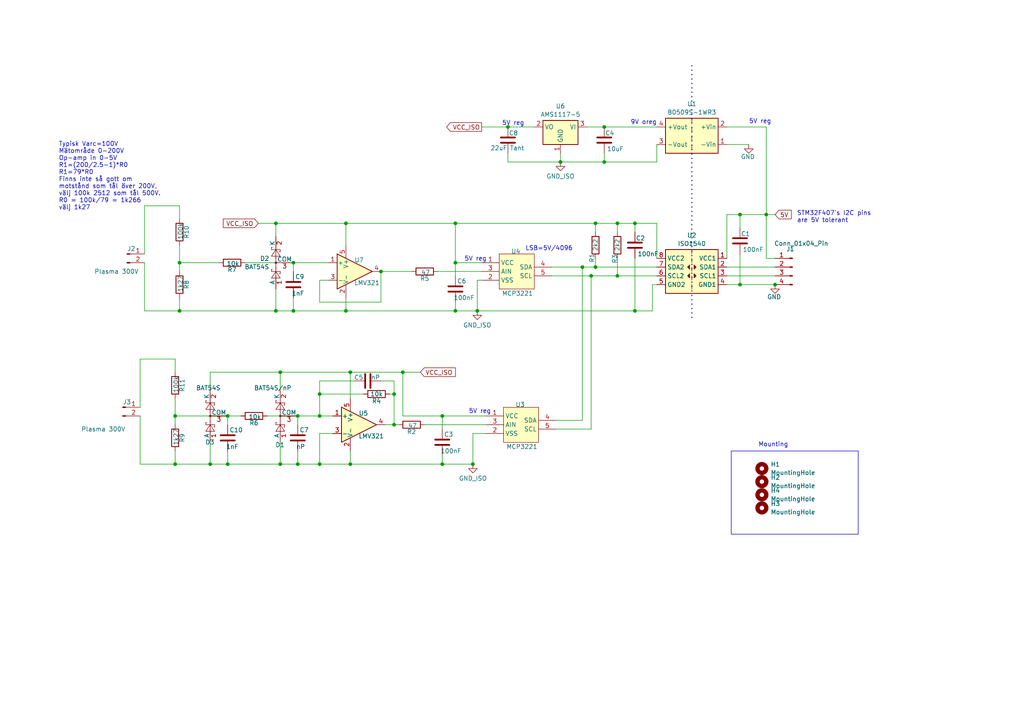
<source format=kicad_sch>
(kicad_sch
	(version 20231120)
	(generator "eeschema")
	(generator_version "8.0")
	(uuid "2f7c1153-70ce-434d-b080-3c6aade9d7b3")
	(paper "A4")
	(lib_symbols
		(symbol "Amplifier_Operational:LMV321"
			(pin_names
				(offset 0.127)
			)
			(exclude_from_sim no)
			(in_bom yes)
			(on_board yes)
			(property "Reference" "U"
				(at 0 5.08 0)
				(effects
					(font
						(size 1.27 1.27)
					)
					(justify left)
				)
			)
			(property "Value" "LMV321"
				(at 0 -5.08 0)
				(effects
					(font
						(size 1.27 1.27)
					)
					(justify left)
				)
			)
			(property "Footprint" ""
				(at 0 0 0)
				(effects
					(font
						(size 1.27 1.27)
					)
					(justify left)
					(hide yes)
				)
			)
			(property "Datasheet" "http://www.ti.com/lit/ds/symlink/lmv324.pdf"
				(at 0 0 0)
				(effects
					(font
						(size 1.27 1.27)
					)
					(hide yes)
				)
			)
			(property "Description" "Low-Voltage Rail-to-Rail Output Operational Amplifiers, SOT-23-5/SC-70-5"
				(at 0 0 0)
				(effects
					(font
						(size 1.27 1.27)
					)
					(hide yes)
				)
			)
			(property "ki_keywords" "single opamp"
				(at 0 0 0)
				(effects
					(font
						(size 1.27 1.27)
					)
					(hide yes)
				)
			)
			(property "ki_fp_filters" "SOT?23* *SC*70*"
				(at 0 0 0)
				(effects
					(font
						(size 1.27 1.27)
					)
					(hide yes)
				)
			)
			(symbol "LMV321_0_1"
				(polyline
					(pts
						(xy -5.08 5.08) (xy 5.08 0) (xy -5.08 -5.08) (xy -5.08 5.08)
					)
					(stroke
						(width 0.254)
						(type default)
					)
					(fill
						(type background)
					)
				)
				(pin power_in line
					(at -2.54 -7.62 90)
					(length 3.81)
					(name "V-"
						(effects
							(font
								(size 1.27 1.27)
							)
						)
					)
					(number "2"
						(effects
							(font
								(size 1.27 1.27)
							)
						)
					)
				)
				(pin power_in line
					(at -2.54 7.62 270)
					(length 3.81)
					(name "V+"
						(effects
							(font
								(size 1.27 1.27)
							)
						)
					)
					(number "5"
						(effects
							(font
								(size 1.27 1.27)
							)
						)
					)
				)
			)
			(symbol "LMV321_1_1"
				(pin input line
					(at -7.62 2.54 0)
					(length 2.54)
					(name "+"
						(effects
							(font
								(size 1.27 1.27)
							)
						)
					)
					(number "1"
						(effects
							(font
								(size 1.27 1.27)
							)
						)
					)
				)
				(pin input line
					(at -7.62 -2.54 0)
					(length 2.54)
					(name "-"
						(effects
							(font
								(size 1.27 1.27)
							)
						)
					)
					(number "3"
						(effects
							(font
								(size 1.27 1.27)
							)
						)
					)
				)
				(pin output line
					(at 7.62 0 180)
					(length 2.54)
					(name "~"
						(effects
							(font
								(size 1.27 1.27)
							)
						)
					)
					(number "4"
						(effects
							(font
								(size 1.27 1.27)
							)
						)
					)
				)
			)
		)
		(symbol "Connector:Conn_01x02_Pin"
			(pin_names
				(offset 1.016) hide)
			(exclude_from_sim no)
			(in_bom yes)
			(on_board yes)
			(property "Reference" "J"
				(at 0 2.54 0)
				(effects
					(font
						(size 1.27 1.27)
					)
				)
			)
			(property "Value" "Conn_01x02_Pin"
				(at 0 -5.08 0)
				(effects
					(font
						(size 1.27 1.27)
					)
				)
			)
			(property "Footprint" ""
				(at 0 0 0)
				(effects
					(font
						(size 1.27 1.27)
					)
					(hide yes)
				)
			)
			(property "Datasheet" "~"
				(at 0 0 0)
				(effects
					(font
						(size 1.27 1.27)
					)
					(hide yes)
				)
			)
			(property "Description" "Generic connector, single row, 01x02, script generated"
				(at 0 0 0)
				(effects
					(font
						(size 1.27 1.27)
					)
					(hide yes)
				)
			)
			(property "ki_locked" ""
				(at 0 0 0)
				(effects
					(font
						(size 1.27 1.27)
					)
				)
			)
			(property "ki_keywords" "connector"
				(at 0 0 0)
				(effects
					(font
						(size 1.27 1.27)
					)
					(hide yes)
				)
			)
			(property "ki_fp_filters" "Connector*:*_1x??_*"
				(at 0 0 0)
				(effects
					(font
						(size 1.27 1.27)
					)
					(hide yes)
				)
			)
			(symbol "Conn_01x02_Pin_1_1"
				(polyline
					(pts
						(xy 1.27 -2.54) (xy 0.8636 -2.54)
					)
					(stroke
						(width 0.1524)
						(type default)
					)
					(fill
						(type none)
					)
				)
				(polyline
					(pts
						(xy 1.27 0) (xy 0.8636 0)
					)
					(stroke
						(width 0.1524)
						(type default)
					)
					(fill
						(type none)
					)
				)
				(rectangle
					(start 0.8636 -2.413)
					(end 0 -2.667)
					(stroke
						(width 0.1524)
						(type default)
					)
					(fill
						(type outline)
					)
				)
				(rectangle
					(start 0.8636 0.127)
					(end 0 -0.127)
					(stroke
						(width 0.1524)
						(type default)
					)
					(fill
						(type outline)
					)
				)
				(pin passive line
					(at 5.08 0 180)
					(length 3.81)
					(name "Pin_1"
						(effects
							(font
								(size 1.27 1.27)
							)
						)
					)
					(number "1"
						(effects
							(font
								(size 1.27 1.27)
							)
						)
					)
				)
				(pin passive line
					(at 5.08 -2.54 180)
					(length 3.81)
					(name "Pin_2"
						(effects
							(font
								(size 1.27 1.27)
							)
						)
					)
					(number "2"
						(effects
							(font
								(size 1.27 1.27)
							)
						)
					)
				)
			)
		)
		(symbol "Connector:Conn_01x04_Pin"
			(pin_names
				(offset 1.016) hide)
			(exclude_from_sim no)
			(in_bom yes)
			(on_board yes)
			(property "Reference" "J"
				(at 0 5.08 0)
				(effects
					(font
						(size 1.27 1.27)
					)
				)
			)
			(property "Value" "Conn_01x04_Pin"
				(at 0 -7.62 0)
				(effects
					(font
						(size 1.27 1.27)
					)
				)
			)
			(property "Footprint" ""
				(at 0 0 0)
				(effects
					(font
						(size 1.27 1.27)
					)
					(hide yes)
				)
			)
			(property "Datasheet" "~"
				(at 0 0 0)
				(effects
					(font
						(size 1.27 1.27)
					)
					(hide yes)
				)
			)
			(property "Description" "Generic connector, single row, 01x04, script generated"
				(at 0 0 0)
				(effects
					(font
						(size 1.27 1.27)
					)
					(hide yes)
				)
			)
			(property "ki_locked" ""
				(at 0 0 0)
				(effects
					(font
						(size 1.27 1.27)
					)
				)
			)
			(property "ki_keywords" "connector"
				(at 0 0 0)
				(effects
					(font
						(size 1.27 1.27)
					)
					(hide yes)
				)
			)
			(property "ki_fp_filters" "Connector*:*_1x??_*"
				(at 0 0 0)
				(effects
					(font
						(size 1.27 1.27)
					)
					(hide yes)
				)
			)
			(symbol "Conn_01x04_Pin_1_1"
				(polyline
					(pts
						(xy 1.27 -5.08) (xy 0.8636 -5.08)
					)
					(stroke
						(width 0.1524)
						(type default)
					)
					(fill
						(type none)
					)
				)
				(polyline
					(pts
						(xy 1.27 -2.54) (xy 0.8636 -2.54)
					)
					(stroke
						(width 0.1524)
						(type default)
					)
					(fill
						(type none)
					)
				)
				(polyline
					(pts
						(xy 1.27 0) (xy 0.8636 0)
					)
					(stroke
						(width 0.1524)
						(type default)
					)
					(fill
						(type none)
					)
				)
				(polyline
					(pts
						(xy 1.27 2.54) (xy 0.8636 2.54)
					)
					(stroke
						(width 0.1524)
						(type default)
					)
					(fill
						(type none)
					)
				)
				(rectangle
					(start 0.8636 -4.953)
					(end 0 -5.207)
					(stroke
						(width 0.1524)
						(type default)
					)
					(fill
						(type outline)
					)
				)
				(rectangle
					(start 0.8636 -2.413)
					(end 0 -2.667)
					(stroke
						(width 0.1524)
						(type default)
					)
					(fill
						(type outline)
					)
				)
				(rectangle
					(start 0.8636 0.127)
					(end 0 -0.127)
					(stroke
						(width 0.1524)
						(type default)
					)
					(fill
						(type outline)
					)
				)
				(rectangle
					(start 0.8636 2.667)
					(end 0 2.413)
					(stroke
						(width 0.1524)
						(type default)
					)
					(fill
						(type outline)
					)
				)
				(pin passive line
					(at 5.08 2.54 180)
					(length 3.81)
					(name "Pin_1"
						(effects
							(font
								(size 1.27 1.27)
							)
						)
					)
					(number "1"
						(effects
							(font
								(size 1.27 1.27)
							)
						)
					)
				)
				(pin passive line
					(at 5.08 0 180)
					(length 3.81)
					(name "Pin_2"
						(effects
							(font
								(size 1.27 1.27)
							)
						)
					)
					(number "2"
						(effects
							(font
								(size 1.27 1.27)
							)
						)
					)
				)
				(pin passive line
					(at 5.08 -2.54 180)
					(length 3.81)
					(name "Pin_3"
						(effects
							(font
								(size 1.27 1.27)
							)
						)
					)
					(number "3"
						(effects
							(font
								(size 1.27 1.27)
							)
						)
					)
				)
				(pin passive line
					(at 5.08 -5.08 180)
					(length 3.81)
					(name "Pin_4"
						(effects
							(font
								(size 1.27 1.27)
							)
						)
					)
					(number "4"
						(effects
							(font
								(size 1.27 1.27)
							)
						)
					)
				)
			)
		)
		(symbol "Converter_DCDC:TEA1-0505"
			(exclude_from_sim no)
			(in_bom yes)
			(on_board yes)
			(property "Reference" "U"
				(at -7.62 6.35 0)
				(effects
					(font
						(size 1.27 1.27)
					)
					(justify left)
				)
			)
			(property "Value" "TEA1-0505"
				(at -2.54 6.35 0)
				(effects
					(font
						(size 1.27 1.27)
					)
					(justify left)
				)
			)
			(property "Footprint" "Converter_DCDC:Converter_DCDC_TRACO_TEA1-xxxx_THT"
				(at 0 -8.89 0)
				(effects
					(font
						(size 1.27 1.27)
					)
					(hide yes)
				)
			)
			(property "Datasheet" "https://www.tracopower.com/products/tea1.pdf"
				(at 0 -6.35 0)
				(effects
					(font
						(size 1.27 1.27)
					)
					(hide yes)
				)
			)
			(property "Description" "1W DC/DC converter unregulated, 4.5-5.5V input, 5V output voltage, 200mA output, 1.5kVDC isolation, SIP-4"
				(at 0 0 0)
				(effects
					(font
						(size 1.27 1.27)
					)
					(hide yes)
				)
			)
			(property "ki_keywords" "Traco isolated isolation dc-dc converter not-regulated non-regulated single 1W"
				(at 0 0 0)
				(effects
					(font
						(size 1.27 1.27)
					)
					(hide yes)
				)
			)
			(property "ki_fp_filters" "Converter*DCDC*TRACO*TEA1*THT*"
				(at 0 0 0)
				(effects
					(font
						(size 1.27 1.27)
					)
					(hide yes)
				)
			)
			(symbol "TEA1-0505_0_0"
				(pin power_in line
					(at -10.16 -2.54 0)
					(length 2.54)
					(name "-Vin"
						(effects
							(font
								(size 1.27 1.27)
							)
						)
					)
					(number "1"
						(effects
							(font
								(size 1.27 1.27)
							)
						)
					)
				)
				(pin power_in line
					(at -10.16 2.54 0)
					(length 2.54)
					(name "+Vin"
						(effects
							(font
								(size 1.27 1.27)
							)
						)
					)
					(number "2"
						(effects
							(font
								(size 1.27 1.27)
							)
						)
					)
				)
				(pin power_out line
					(at 10.16 -2.54 180)
					(length 2.54)
					(name "-Vout"
						(effects
							(font
								(size 1.27 1.27)
							)
						)
					)
					(number "3"
						(effects
							(font
								(size 1.27 1.27)
							)
						)
					)
				)
				(pin power_out line
					(at 10.16 2.54 180)
					(length 2.54)
					(name "+Vout"
						(effects
							(font
								(size 1.27 1.27)
							)
						)
					)
					(number "4"
						(effects
							(font
								(size 1.27 1.27)
							)
						)
					)
				)
			)
			(symbol "TEA1-0505_0_1"
				(rectangle
					(start -7.62 5.08)
					(end 7.62 -5.08)
					(stroke
						(width 0.254)
						(type default)
					)
					(fill
						(type background)
					)
				)
				(polyline
					(pts
						(xy 0 -2.54) (xy 0 -3.81)
					)
					(stroke
						(width 0)
						(type default)
					)
					(fill
						(type none)
					)
				)
				(polyline
					(pts
						(xy 0 0) (xy 0 -1.27)
					)
					(stroke
						(width 0)
						(type default)
					)
					(fill
						(type none)
					)
				)
				(polyline
					(pts
						(xy 0 2.54) (xy 0 1.27)
					)
					(stroke
						(width 0)
						(type default)
					)
					(fill
						(type none)
					)
				)
				(polyline
					(pts
						(xy 0 5.08) (xy 0 3.81)
					)
					(stroke
						(width 0)
						(type default)
					)
					(fill
						(type none)
					)
				)
			)
		)
		(symbol "Device:C"
			(pin_numbers hide)
			(pin_names
				(offset 0.254)
			)
			(exclude_from_sim no)
			(in_bom yes)
			(on_board yes)
			(property "Reference" "C"
				(at 0.635 2.54 0)
				(effects
					(font
						(size 1.27 1.27)
					)
					(justify left)
				)
			)
			(property "Value" "C"
				(at 0.635 -2.54 0)
				(effects
					(font
						(size 1.27 1.27)
					)
					(justify left)
				)
			)
			(property "Footprint" ""
				(at 0.9652 -3.81 0)
				(effects
					(font
						(size 1.27 1.27)
					)
					(hide yes)
				)
			)
			(property "Datasheet" "~"
				(at 0 0 0)
				(effects
					(font
						(size 1.27 1.27)
					)
					(hide yes)
				)
			)
			(property "Description" "Unpolarized capacitor"
				(at 0 0 0)
				(effects
					(font
						(size 1.27 1.27)
					)
					(hide yes)
				)
			)
			(property "ki_keywords" "cap capacitor"
				(at 0 0 0)
				(effects
					(font
						(size 1.27 1.27)
					)
					(hide yes)
				)
			)
			(property "ki_fp_filters" "C_*"
				(at 0 0 0)
				(effects
					(font
						(size 1.27 1.27)
					)
					(hide yes)
				)
			)
			(symbol "C_0_1"
				(polyline
					(pts
						(xy -2.032 -0.762) (xy 2.032 -0.762)
					)
					(stroke
						(width 0.508)
						(type default)
					)
					(fill
						(type none)
					)
				)
				(polyline
					(pts
						(xy -2.032 0.762) (xy 2.032 0.762)
					)
					(stroke
						(width 0.508)
						(type default)
					)
					(fill
						(type none)
					)
				)
			)
			(symbol "C_1_1"
				(pin passive line
					(at 0 3.81 270)
					(length 2.794)
					(name "~"
						(effects
							(font
								(size 1.27 1.27)
							)
						)
					)
					(number "1"
						(effects
							(font
								(size 1.27 1.27)
							)
						)
					)
				)
				(pin passive line
					(at 0 -3.81 90)
					(length 2.794)
					(name "~"
						(effects
							(font
								(size 1.27 1.27)
							)
						)
					)
					(number "2"
						(effects
							(font
								(size 1.27 1.27)
							)
						)
					)
				)
			)
		)
		(symbol "Device:R"
			(pin_numbers hide)
			(pin_names
				(offset 0)
			)
			(exclude_from_sim no)
			(in_bom yes)
			(on_board yes)
			(property "Reference" "R"
				(at 2.032 0 90)
				(effects
					(font
						(size 1.27 1.27)
					)
				)
			)
			(property "Value" "R"
				(at 0 0 90)
				(effects
					(font
						(size 1.27 1.27)
					)
				)
			)
			(property "Footprint" ""
				(at -1.778 0 90)
				(effects
					(font
						(size 1.27 1.27)
					)
					(hide yes)
				)
			)
			(property "Datasheet" "~"
				(at 0 0 0)
				(effects
					(font
						(size 1.27 1.27)
					)
					(hide yes)
				)
			)
			(property "Description" "Resistor"
				(at 0 0 0)
				(effects
					(font
						(size 1.27 1.27)
					)
					(hide yes)
				)
			)
			(property "ki_keywords" "R res resistor"
				(at 0 0 0)
				(effects
					(font
						(size 1.27 1.27)
					)
					(hide yes)
				)
			)
			(property "ki_fp_filters" "R_*"
				(at 0 0 0)
				(effects
					(font
						(size 1.27 1.27)
					)
					(hide yes)
				)
			)
			(symbol "R_0_1"
				(rectangle
					(start -1.016 -2.54)
					(end 1.016 2.54)
					(stroke
						(width 0.254)
						(type default)
					)
					(fill
						(type none)
					)
				)
			)
			(symbol "R_1_1"
				(pin passive line
					(at 0 3.81 270)
					(length 1.27)
					(name "~"
						(effects
							(font
								(size 1.27 1.27)
							)
						)
					)
					(number "1"
						(effects
							(font
								(size 1.27 1.27)
							)
						)
					)
				)
				(pin passive line
					(at 0 -3.81 90)
					(length 1.27)
					(name "~"
						(effects
							(font
								(size 1.27 1.27)
							)
						)
					)
					(number "2"
						(effects
							(font
								(size 1.27 1.27)
							)
						)
					)
				)
			)
		)
		(symbol "Diode:BAT54S"
			(pin_names
				(offset 0)
			)
			(exclude_from_sim no)
			(in_bom yes)
			(on_board yes)
			(property "Reference" "D"
				(at 2.54 -5.08 0)
				(effects
					(font
						(size 1.27 1.27)
					)
					(justify left)
				)
			)
			(property "Value" "BAT54S"
				(at -6.35 3.175 0)
				(effects
					(font
						(size 1.27 1.27)
					)
					(justify left)
				)
			)
			(property "Footprint" "Package_TO_SOT_SMD:SOT-23"
				(at 1.905 3.175 0)
				(effects
					(font
						(size 1.27 1.27)
					)
					(justify left)
					(hide yes)
				)
			)
			(property "Datasheet" "https://www.diodes.com/assets/Datasheets/ds11005.pdf"
				(at -3.048 0 0)
				(effects
					(font
						(size 1.27 1.27)
					)
					(hide yes)
				)
			)
			(property "Description" "Vr 30V, If 200mA, Dual schottky barrier diode, in series, SOT-323"
				(at 0 0 0)
				(effects
					(font
						(size 1.27 1.27)
					)
					(hide yes)
				)
			)
			(property "ki_keywords" "schottky diode"
				(at 0 0 0)
				(effects
					(font
						(size 1.27 1.27)
					)
					(hide yes)
				)
			)
			(property "ki_fp_filters" "SOT?23*"
				(at 0 0 0)
				(effects
					(font
						(size 1.27 1.27)
					)
					(hide yes)
				)
			)
			(symbol "BAT54S_0_1"
				(polyline
					(pts
						(xy -3.81 0) (xy -1.27 0)
					)
					(stroke
						(width 0)
						(type default)
					)
					(fill
						(type none)
					)
				)
				(polyline
					(pts
						(xy -3.175 -1.27) (xy -3.175 -1.016)
					)
					(stroke
						(width 0)
						(type default)
					)
					(fill
						(type none)
					)
				)
				(polyline
					(pts
						(xy -2.54 -1.27) (xy -3.175 -1.27)
					)
					(stroke
						(width 0)
						(type default)
					)
					(fill
						(type none)
					)
				)
				(polyline
					(pts
						(xy -2.54 -1.27) (xy -2.54 1.27)
					)
					(stroke
						(width 0)
						(type default)
					)
					(fill
						(type none)
					)
				)
				(polyline
					(pts
						(xy -2.54 1.27) (xy -1.905 1.27)
					)
					(stroke
						(width 0)
						(type default)
					)
					(fill
						(type none)
					)
				)
				(polyline
					(pts
						(xy -1.905 0) (xy 1.905 0)
					)
					(stroke
						(width 0)
						(type default)
					)
					(fill
						(type none)
					)
				)
				(polyline
					(pts
						(xy -1.905 1.27) (xy -1.905 1.016)
					)
					(stroke
						(width 0)
						(type default)
					)
					(fill
						(type none)
					)
				)
				(polyline
					(pts
						(xy 1.27 0) (xy 3.81 0)
					)
					(stroke
						(width 0)
						(type default)
					)
					(fill
						(type none)
					)
				)
				(polyline
					(pts
						(xy 3.175 -1.27) (xy 3.175 -1.016)
					)
					(stroke
						(width 0)
						(type default)
					)
					(fill
						(type none)
					)
				)
				(polyline
					(pts
						(xy 3.81 -1.27) (xy 3.175 -1.27)
					)
					(stroke
						(width 0)
						(type default)
					)
					(fill
						(type none)
					)
				)
				(polyline
					(pts
						(xy 3.81 -1.27) (xy 3.81 1.27)
					)
					(stroke
						(width 0)
						(type default)
					)
					(fill
						(type none)
					)
				)
				(polyline
					(pts
						(xy 3.81 1.27) (xy 4.445 1.27)
					)
					(stroke
						(width 0)
						(type default)
					)
					(fill
						(type none)
					)
				)
				(polyline
					(pts
						(xy 4.445 1.27) (xy 4.445 1.016)
					)
					(stroke
						(width 0)
						(type default)
					)
					(fill
						(type none)
					)
				)
				(polyline
					(pts
						(xy -4.445 1.27) (xy -4.445 -1.27) (xy -2.54 0) (xy -4.445 1.27)
					)
					(stroke
						(width 0)
						(type default)
					)
					(fill
						(type none)
					)
				)
				(polyline
					(pts
						(xy 1.905 1.27) (xy 1.905 -1.27) (xy 3.81 0) (xy 1.905 1.27)
					)
					(stroke
						(width 0)
						(type default)
					)
					(fill
						(type none)
					)
				)
				(circle
					(center 0 0)
					(radius 0.254)
					(stroke
						(width 0)
						(type default)
					)
					(fill
						(type outline)
					)
				)
			)
			(symbol "BAT54S_1_1"
				(pin passive line
					(at -7.62 0 0)
					(length 3.81)
					(name "A"
						(effects
							(font
								(size 1.27 1.27)
							)
						)
					)
					(number "1"
						(effects
							(font
								(size 1.27 1.27)
							)
						)
					)
				)
				(pin passive line
					(at 7.62 0 180)
					(length 3.81)
					(name "K"
						(effects
							(font
								(size 1.27 1.27)
							)
						)
					)
					(number "2"
						(effects
							(font
								(size 1.27 1.27)
							)
						)
					)
				)
				(pin passive line
					(at 0 -5.08 90)
					(length 5.08)
					(name "COM"
						(effects
							(font
								(size 1.27 1.27)
							)
						)
					)
					(number "3"
						(effects
							(font
								(size 1.27 1.27)
							)
						)
					)
				)
			)
		)
		(symbol "HakansLibrary:MCP3221"
			(exclude_from_sim no)
			(in_bom yes)
			(on_board yes)
			(property "Reference" "U"
				(at 0 0 0)
				(effects
					(font
						(size 1.27 1.27)
					)
				)
			)
			(property "Value" "MCP3221"
				(at 0.254 -6.096 0)
				(effects
					(font
						(size 1.27 1.27)
					)
				)
			)
			(property "Footprint" ""
				(at 0 0 0)
				(effects
					(font
						(size 1.27 1.27)
					)
					(hide yes)
				)
			)
			(property "Datasheet" ""
				(at 0 0 0)
				(effects
					(font
						(size 1.27 1.27)
					)
					(hide yes)
				)
			)
			(property "Description" ""
				(at 0 0 0)
				(effects
					(font
						(size 1.27 1.27)
					)
					(hide yes)
				)
			)
			(symbol "MCP3221_1_1"
				(rectangle
					(start -5.08 5.08)
					(end 5.08 -5.08)
					(stroke
						(width 0)
						(type default)
					)
					(fill
						(type background)
					)
				)
				(pin input line
					(at -10.16 2.54 0)
					(length 5.08)
					(name "VCC"
						(effects
							(font
								(size 1.27 1.27)
							)
						)
					)
					(number "1"
						(effects
							(font
								(size 1.27 1.27)
							)
						)
					)
				)
				(pin input line
					(at -10.16 -2.54 0)
					(length 5.08)
					(name "VSS"
						(effects
							(font
								(size 1.27 1.27)
							)
						)
					)
					(number "2"
						(effects
							(font
								(size 1.27 1.27)
							)
						)
					)
				)
				(pin input line
					(at -10.16 0 0)
					(length 5.08)
					(name "AIN"
						(effects
							(font
								(size 1.27 1.27)
							)
						)
					)
					(number "3"
						(effects
							(font
								(size 1.27 1.27)
							)
						)
					)
				)
				(pin bidirectional line
					(at 10.16 1.27 180)
					(length 5.08)
					(name "SDA"
						(effects
							(font
								(size 1.27 1.27)
							)
						)
					)
					(number "4"
						(effects
							(font
								(size 1.27 1.27)
							)
						)
					)
				)
				(pin input line
					(at 10.16 -1.27 180)
					(length 5.08)
					(name "SCL"
						(effects
							(font
								(size 1.27 1.27)
							)
						)
					)
					(number "5"
						(effects
							(font
								(size 1.27 1.27)
							)
						)
					)
				)
			)
		)
		(symbol "Isolator:ISO1540"
			(exclude_from_sim no)
			(in_bom yes)
			(on_board yes)
			(property "Reference" "U"
				(at -6.35 6.35 0)
				(effects
					(font
						(size 1.27 1.27)
					)
				)
			)
			(property "Value" "ISO1540"
				(at 3.81 6.35 0)
				(effects
					(font
						(size 1.27 1.27)
					)
				)
			)
			(property "Footprint" "Package_SO:SOIC-8_3.9x4.9mm_P1.27mm"
				(at 0 -8.89 0)
				(effects
					(font
						(size 1.27 1.27)
					)
					(hide yes)
				)
			)
			(property "Datasheet" "http://www.ti.com/lit/ds/symlink/iso1541.pdf"
				(at 0 1.27 0)
				(effects
					(font
						(size 1.27 1.27)
					)
					(hide yes)
				)
			)
			(property "Description" "I2C Isolator, 2.5 kVrms, Bidirectional clock and data, SOIC-8"
				(at 0 0 0)
				(effects
					(font
						(size 1.27 1.27)
					)
					(hide yes)
				)
			)
			(property "ki_keywords" "digital isolator i2c"
				(at 0 0 0)
				(effects
					(font
						(size 1.27 1.27)
					)
					(hide yes)
				)
			)
			(property "ki_fp_filters" "SOIC*3.9x4.9mm*P1.27mm*"
				(at 0 0 0)
				(effects
					(font
						(size 1.27 1.27)
					)
					(hide yes)
				)
			)
			(symbol "ISO1540_0_1"
				(rectangle
					(start -7.62 5.08)
					(end 7.62 -7.62)
					(stroke
						(width 0.254)
						(type default)
					)
					(fill
						(type background)
					)
				)
				(rectangle
					(start 0 -5.08)
					(end 0 -6.35)
					(stroke
						(width 0)
						(type default)
					)
					(fill
						(type none)
					)
				)
				(polyline
					(pts
						(xy 0 -2.54) (xy 0 -3.81)
					)
					(stroke
						(width 0)
						(type default)
					)
					(fill
						(type none)
					)
				)
				(polyline
					(pts
						(xy 0 0) (xy 0 -1.27)
					)
					(stroke
						(width 0)
						(type default)
					)
					(fill
						(type none)
					)
				)
				(polyline
					(pts
						(xy 0 2.54) (xy 0 1.27)
					)
					(stroke
						(width 0)
						(type default)
					)
					(fill
						(type none)
					)
				)
				(polyline
					(pts
						(xy 0 5.08) (xy 0 3.81)
					)
					(stroke
						(width 0)
						(type default)
					)
					(fill
						(type none)
					)
				)
				(polyline
					(pts
						(xy -0.635 0.635) (xy -1.27 0) (xy -0.635 -0.635) (xy -0.635 0.635)
					)
					(stroke
						(width 0)
						(type default)
					)
					(fill
						(type outline)
					)
				)
				(polyline
					(pts
						(xy 0.635 -1.905) (xy 1.27 -2.54) (xy 0.635 -3.175) (xy 0.635 -1.905)
					)
					(stroke
						(width 0)
						(type default)
					)
					(fill
						(type outline)
					)
				)
				(polyline
					(pts
						(xy 0.635 0.635) (xy 1.27 0) (xy 0.635 -0.635) (xy 0.635 0.635)
					)
					(stroke
						(width 0)
						(type default)
					)
					(fill
						(type outline)
					)
				)
			)
			(symbol "ISO1540_1_1"
				(polyline
					(pts
						(xy -0.635 -1.905) (xy -1.27 -2.54) (xy -0.635 -3.175) (xy -0.635 -1.905)
					)
					(stroke
						(width 0)
						(type default)
					)
					(fill
						(type outline)
					)
				)
				(pin power_in line
					(at -10.16 2.54 0)
					(length 2.54)
					(name "VCC1"
						(effects
							(font
								(size 1.27 1.27)
							)
						)
					)
					(number "1"
						(effects
							(font
								(size 1.27 1.27)
							)
						)
					)
				)
				(pin bidirectional line
					(at -10.16 0 0)
					(length 2.54)
					(name "SDA1"
						(effects
							(font
								(size 1.27 1.27)
							)
						)
					)
					(number "2"
						(effects
							(font
								(size 1.27 1.27)
							)
						)
					)
				)
				(pin bidirectional line
					(at -10.16 -2.54 0)
					(length 2.54)
					(name "SCL1"
						(effects
							(font
								(size 1.27 1.27)
							)
						)
					)
					(number "3"
						(effects
							(font
								(size 1.27 1.27)
							)
						)
					)
				)
				(pin power_in line
					(at -10.16 -5.08 0)
					(length 2.54)
					(name "GND1"
						(effects
							(font
								(size 1.27 1.27)
							)
						)
					)
					(number "4"
						(effects
							(font
								(size 1.27 1.27)
							)
						)
					)
				)
				(pin power_in line
					(at 10.16 -5.08 180)
					(length 2.54)
					(name "GND2"
						(effects
							(font
								(size 1.27 1.27)
							)
						)
					)
					(number "5"
						(effects
							(font
								(size 1.27 1.27)
							)
						)
					)
				)
				(pin bidirectional line
					(at 10.16 -2.54 180)
					(length 2.54)
					(name "SCL2"
						(effects
							(font
								(size 1.27 1.27)
							)
						)
					)
					(number "6"
						(effects
							(font
								(size 1.27 1.27)
							)
						)
					)
				)
				(pin bidirectional line
					(at 10.16 0 180)
					(length 2.54)
					(name "SDA2"
						(effects
							(font
								(size 1.27 1.27)
							)
						)
					)
					(number "7"
						(effects
							(font
								(size 1.27 1.27)
							)
						)
					)
				)
				(pin power_in line
					(at 10.16 2.54 180)
					(length 2.54)
					(name "VCC2"
						(effects
							(font
								(size 1.27 1.27)
							)
						)
					)
					(number "8"
						(effects
							(font
								(size 1.27 1.27)
							)
						)
					)
				)
			)
		)
		(symbol "Mechanical:MountingHole"
			(pin_names
				(offset 1.016)
			)
			(exclude_from_sim yes)
			(in_bom no)
			(on_board yes)
			(property "Reference" "H"
				(at 0 5.08 0)
				(effects
					(font
						(size 1.27 1.27)
					)
				)
			)
			(property "Value" "MountingHole"
				(at 0 3.175 0)
				(effects
					(font
						(size 1.27 1.27)
					)
				)
			)
			(property "Footprint" ""
				(at 0 0 0)
				(effects
					(font
						(size 1.27 1.27)
					)
					(hide yes)
				)
			)
			(property "Datasheet" "~"
				(at 0 0 0)
				(effects
					(font
						(size 1.27 1.27)
					)
					(hide yes)
				)
			)
			(property "Description" "Mounting Hole without connection"
				(at 0 0 0)
				(effects
					(font
						(size 1.27 1.27)
					)
					(hide yes)
				)
			)
			(property "ki_keywords" "mounting hole"
				(at 0 0 0)
				(effects
					(font
						(size 1.27 1.27)
					)
					(hide yes)
				)
			)
			(property "ki_fp_filters" "MountingHole*"
				(at 0 0 0)
				(effects
					(font
						(size 1.27 1.27)
					)
					(hide yes)
				)
			)
			(symbol "MountingHole_0_1"
				(circle
					(center 0 0)
					(radius 1.27)
					(stroke
						(width 1.27)
						(type default)
					)
					(fill
						(type none)
					)
				)
			)
		)
		(symbol "Regulator_Linear:AMS1117-3.3"
			(exclude_from_sim no)
			(in_bom yes)
			(on_board yes)
			(property "Reference" "U"
				(at -3.81 3.175 0)
				(effects
					(font
						(size 1.27 1.27)
					)
				)
			)
			(property "Value" "AMS1117-3.3"
				(at 0 3.175 0)
				(effects
					(font
						(size 1.27 1.27)
					)
					(justify left)
				)
			)
			(property "Footprint" "Package_TO_SOT_SMD:SOT-223-3_TabPin2"
				(at 0 5.08 0)
				(effects
					(font
						(size 1.27 1.27)
					)
					(hide yes)
				)
			)
			(property "Datasheet" "http://www.advanced-monolithic.com/pdf/ds1117.pdf"
				(at 2.54 -6.35 0)
				(effects
					(font
						(size 1.27 1.27)
					)
					(hide yes)
				)
			)
			(property "Description" "1A Low Dropout regulator, positive, 3.3V fixed output, SOT-223"
				(at 0 0 0)
				(effects
					(font
						(size 1.27 1.27)
					)
					(hide yes)
				)
			)
			(property "ki_keywords" "linear regulator ldo fixed positive"
				(at 0 0 0)
				(effects
					(font
						(size 1.27 1.27)
					)
					(hide yes)
				)
			)
			(property "ki_fp_filters" "SOT?223*TabPin2*"
				(at 0 0 0)
				(effects
					(font
						(size 1.27 1.27)
					)
					(hide yes)
				)
			)
			(symbol "AMS1117-3.3_0_1"
				(rectangle
					(start -5.08 -5.08)
					(end 5.08 1.905)
					(stroke
						(width 0.254)
						(type default)
					)
					(fill
						(type background)
					)
				)
			)
			(symbol "AMS1117-3.3_1_1"
				(pin power_in line
					(at 0 -7.62 90)
					(length 2.54)
					(name "GND"
						(effects
							(font
								(size 1.27 1.27)
							)
						)
					)
					(number "1"
						(effects
							(font
								(size 1.27 1.27)
							)
						)
					)
				)
				(pin power_out line
					(at 7.62 0 180)
					(length 2.54)
					(name "VO"
						(effects
							(font
								(size 1.27 1.27)
							)
						)
					)
					(number "2"
						(effects
							(font
								(size 1.27 1.27)
							)
						)
					)
				)
				(pin power_in line
					(at -7.62 0 0)
					(length 2.54)
					(name "VI"
						(effects
							(font
								(size 1.27 1.27)
							)
						)
					)
					(number "3"
						(effects
							(font
								(size 1.27 1.27)
							)
						)
					)
				)
			)
		)
		(symbol "power:GND"
			(power)
			(pin_numbers hide)
			(pin_names
				(offset 0) hide)
			(exclude_from_sim no)
			(in_bom yes)
			(on_board yes)
			(property "Reference" "#PWR"
				(at 0 -6.35 0)
				(effects
					(font
						(size 1.27 1.27)
					)
					(hide yes)
				)
			)
			(property "Value" "GND"
				(at 0 -3.81 0)
				(effects
					(font
						(size 1.27 1.27)
					)
				)
			)
			(property "Footprint" ""
				(at 0 0 0)
				(effects
					(font
						(size 1.27 1.27)
					)
					(hide yes)
				)
			)
			(property "Datasheet" ""
				(at 0 0 0)
				(effects
					(font
						(size 1.27 1.27)
					)
					(hide yes)
				)
			)
			(property "Description" "Power symbol creates a global label with name \"GND\" , ground"
				(at 0 0 0)
				(effects
					(font
						(size 1.27 1.27)
					)
					(hide yes)
				)
			)
			(property "ki_keywords" "global power"
				(at 0 0 0)
				(effects
					(font
						(size 1.27 1.27)
					)
					(hide yes)
				)
			)
			(symbol "GND_0_1"
				(polyline
					(pts
						(xy 0 0) (xy 0 -1.27) (xy 1.27 -1.27) (xy 0 -2.54) (xy -1.27 -1.27) (xy 0 -1.27)
					)
					(stroke
						(width 0)
						(type default)
					)
					(fill
						(type none)
					)
				)
			)
			(symbol "GND_1_1"
				(pin power_in line
					(at 0 0 270)
					(length 0)
					(name "~"
						(effects
							(font
								(size 1.27 1.27)
							)
						)
					)
					(number "1"
						(effects
							(font
								(size 1.27 1.27)
							)
						)
					)
				)
			)
		)
		(symbol "power:GND1"
			(power)
			(pin_numbers hide)
			(pin_names
				(offset 0) hide)
			(exclude_from_sim no)
			(in_bom yes)
			(on_board yes)
			(property "Reference" "#PWR"
				(at 0 -6.35 0)
				(effects
					(font
						(size 1.27 1.27)
					)
					(hide yes)
				)
			)
			(property "Value" "GND1"
				(at 0 -3.81 0)
				(effects
					(font
						(size 1.27 1.27)
					)
				)
			)
			(property "Footprint" ""
				(at 0 0 0)
				(effects
					(font
						(size 1.27 1.27)
					)
					(hide yes)
				)
			)
			(property "Datasheet" ""
				(at 0 0 0)
				(effects
					(font
						(size 1.27 1.27)
					)
					(hide yes)
				)
			)
			(property "Description" "Power symbol creates a global label with name \"GND1\" , ground"
				(at 0 0 0)
				(effects
					(font
						(size 1.27 1.27)
					)
					(hide yes)
				)
			)
			(property "ki_keywords" "global power"
				(at 0 0 0)
				(effects
					(font
						(size 1.27 1.27)
					)
					(hide yes)
				)
			)
			(symbol "GND1_0_1"
				(polyline
					(pts
						(xy 0 0) (xy 0 -1.27) (xy 1.27 -1.27) (xy 0 -2.54) (xy -1.27 -1.27) (xy 0 -1.27)
					)
					(stroke
						(width 0)
						(type default)
					)
					(fill
						(type none)
					)
				)
			)
			(symbol "GND1_1_1"
				(pin power_in line
					(at 0 0 270)
					(length 0)
					(name "~"
						(effects
							(font
								(size 1.27 1.27)
							)
						)
					)
					(number "1"
						(effects
							(font
								(size 1.27 1.27)
							)
						)
					)
				)
			)
		)
	)
	(junction
		(at 175.26 36.83)
		(diameter 0)
		(color 0 0 0 0)
		(uuid "04605b74-d893-413d-977b-45295784f62e")
	)
	(junction
		(at 101.6 134.62)
		(diameter 0)
		(color 0 0 0 0)
		(uuid "0f325963-e1fc-4261-9a3a-c6011ea76907")
	)
	(junction
		(at 114.3 114.3)
		(diameter 0)
		(color 0 0 0 0)
		(uuid "110170d4-e82c-4f5d-8573-64ee9ec1a0b2")
	)
	(junction
		(at 175.26 46.99)
		(diameter 0)
		(color 0 0 0 0)
		(uuid "15b3247d-2f54-4572-9e75-28c11daee088")
	)
	(junction
		(at 101.6 107.95)
		(diameter 0)
		(color 0 0 0 0)
		(uuid "1b8f49b6-d7d6-4db6-9d94-d54feb1f6665")
	)
	(junction
		(at 128.27 134.62)
		(diameter 0)
		(color 0 0 0 0)
		(uuid "217bfd4a-f079-446d-ab8d-a810136bc29d")
	)
	(junction
		(at 138.43 90.17)
		(diameter 0)
		(color 0 0 0 0)
		(uuid "2a5dc2b2-c88d-41cb-baca-a15f06f06989")
	)
	(junction
		(at 171.45 80.01)
		(diameter 0)
		(color 0 0 0 0)
		(uuid "3b105aa7-5abc-4509-a561-0053b72f358d")
	)
	(junction
		(at 85.09 76.2)
		(diameter 0)
		(color 0 0 0 0)
		(uuid "3f9b4f31-710c-49cd-9e10-bf52353c7f9c")
	)
	(junction
		(at 147.32 36.83)
		(diameter 0)
		(color 0 0 0 0)
		(uuid "407eddcb-930d-4c52-94b4-96f8b9a0896e")
	)
	(junction
		(at 184.15 90.17)
		(diameter 0)
		(color 0 0 0 0)
		(uuid "478de721-a729-492f-a034-60e62ecafa5b")
	)
	(junction
		(at 92.71 120.65)
		(diameter 0)
		(color 0 0 0 0)
		(uuid "530f8c3a-a3ef-465b-baf8-d7627e00a2f7")
	)
	(junction
		(at 92.71 134.62)
		(diameter 0)
		(color 0 0 0 0)
		(uuid "57a37849-2c5d-4adb-a386-b613573eb656")
	)
	(junction
		(at 132.08 76.2)
		(diameter 0)
		(color 0 0 0 0)
		(uuid "5d865157-b536-414e-85ba-d55931a97768")
	)
	(junction
		(at 128.27 120.65)
		(diameter 0)
		(color 0 0 0 0)
		(uuid "62054f79-5ee7-4d36-a34f-c298597175e7")
	)
	(junction
		(at 132.08 64.77)
		(diameter 0)
		(color 0 0 0 0)
		(uuid "64d32385-d896-4224-878f-0895fe5bef82")
	)
	(junction
		(at 137.16 134.62)
		(diameter 0)
		(color 0 0 0 0)
		(uuid "650c2517-9600-49ed-a19b-860dddc72e01")
	)
	(junction
		(at 172.72 64.77)
		(diameter 0)
		(color 0 0 0 0)
		(uuid "6b13d4e1-e458-458c-b92e-5494a9ad5475")
	)
	(junction
		(at 132.08 90.17)
		(diameter 0)
		(color 0 0 0 0)
		(uuid "6bb5b76f-9e74-43a0-bcac-eb6673a6959b")
	)
	(junction
		(at 224.79 82.55)
		(diameter 0)
		(color 0 0 0 0)
		(uuid "80087621-6776-49c0-8267-0f2d8e6b7ec4")
	)
	(junction
		(at 100.33 90.17)
		(diameter 0)
		(color 0 0 0 0)
		(uuid "871999c9-3542-4ed6-8dd4-09d6a9ef3287")
	)
	(junction
		(at 222.25 62.23)
		(diameter 0)
		(color 0 0 0 0)
		(uuid "9376b68a-6106-47f1-8d08-7af6479c8aa3")
	)
	(junction
		(at 50.8 120.65)
		(diameter 0)
		(color 0 0 0 0)
		(uuid "9b85cf1c-cab3-4564-b0d1-c43de949c84a")
	)
	(junction
		(at 214.63 82.55)
		(diameter 0)
		(color 0 0 0 0)
		(uuid "a392d238-016c-4fd2-8c9a-f3ea0888fc82")
	)
	(junction
		(at 80.01 90.17)
		(diameter 0)
		(color 0 0 0 0)
		(uuid "a55831b6-8b76-45d9-bc13-738bd2b8d10d")
	)
	(junction
		(at 66.04 134.62)
		(diameter 0)
		(color 0 0 0 0)
		(uuid "a7ce4103-0efa-48dd-961f-84535f3275a0")
	)
	(junction
		(at 179.07 64.77)
		(diameter 0)
		(color 0 0 0 0)
		(uuid "ab77a82e-4a3c-4cbe-9fde-27ceb6592ce7")
	)
	(junction
		(at 110.49 78.74)
		(diameter 0)
		(color 0 0 0 0)
		(uuid "ac6cfd0c-716a-4575-8d60-9751d50f0950")
	)
	(junction
		(at 81.28 134.62)
		(diameter 0)
		(color 0 0 0 0)
		(uuid "b6b1b798-1065-47fe-87ca-3de8ee720810")
	)
	(junction
		(at 168.91 77.47)
		(diameter 0)
		(color 0 0 0 0)
		(uuid "b6cff51c-9df1-455c-ac5c-13aed9b6ea03")
	)
	(junction
		(at 66.04 120.65)
		(diameter 0)
		(color 0 0 0 0)
		(uuid "b7ae6214-e24f-47e5-8576-bc9dd063acaf")
	)
	(junction
		(at 60.96 134.62)
		(diameter 0)
		(color 0 0 0 0)
		(uuid "b87f2ee3-9e25-4e18-bcac-969d29898cff")
	)
	(junction
		(at 86.36 120.65)
		(diameter 0)
		(color 0 0 0 0)
		(uuid "beaea167-7578-47e9-a718-a240c05437ca")
	)
	(junction
		(at 92.71 114.3)
		(diameter 0)
		(color 0 0 0 0)
		(uuid "c82c161b-2c64-44f0-96db-0979bdf906f2")
	)
	(junction
		(at 179.07 80.01)
		(diameter 0)
		(color 0 0 0 0)
		(uuid "cc6f631d-4186-44e8-b807-06054766e0ff")
	)
	(junction
		(at 100.33 64.77)
		(diameter 0)
		(color 0 0 0 0)
		(uuid "ce1c7b79-cecf-49fe-bc77-d82f1357a293")
	)
	(junction
		(at 85.09 90.17)
		(diameter 0)
		(color 0 0 0 0)
		(uuid "d29bd8d9-0003-44c5-a028-7d538debb195")
	)
	(junction
		(at 172.72 77.47)
		(diameter 0)
		(color 0 0 0 0)
		(uuid "db555c89-f8ee-45e7-9435-a98651416527")
	)
	(junction
		(at 114.3 123.19)
		(diameter 0)
		(color 0 0 0 0)
		(uuid "dbab2dea-b091-4575-bf9a-a4ccbe4d3959")
	)
	(junction
		(at 86.36 134.62)
		(diameter 0)
		(color 0 0 0 0)
		(uuid "df76752b-ef87-4f3b-91a3-dbead4120607")
	)
	(junction
		(at 214.63 62.23)
		(diameter 0)
		(color 0 0 0 0)
		(uuid "e23b9bb4-8ec6-44af-8578-dc1a4b7a9e28")
	)
	(junction
		(at 81.28 107.95)
		(diameter 0)
		(color 0 0 0 0)
		(uuid "e26cccbc-fcd3-41a9-99d1-323dece5384f")
	)
	(junction
		(at 116.84 107.95)
		(diameter 0)
		(color 0 0 0 0)
		(uuid "e3e9be19-8398-4388-9fcd-14b07562ddbb")
	)
	(junction
		(at 184.15 64.77)
		(diameter 0)
		(color 0 0 0 0)
		(uuid "e8f6982d-ac50-48e7-804f-6735d5b94613")
	)
	(junction
		(at 80.01 64.77)
		(diameter 0)
		(color 0 0 0 0)
		(uuid "eafe1a0e-528d-4903-8cff-f54568574e9f")
	)
	(junction
		(at 52.07 90.17)
		(diameter 0)
		(color 0 0 0 0)
		(uuid "ebc5ada9-939c-4560-b159-e838e6eaff05")
	)
	(junction
		(at 50.8 134.62)
		(diameter 0)
		(color 0 0 0 0)
		(uuid "ec4e8694-d924-4e02-8daa-093f76d9ce8a")
	)
	(junction
		(at 162.56 46.99)
		(diameter 0)
		(color 0 0 0 0)
		(uuid "f1f56f34-fe19-41f2-b10f-181e1ec234b6")
	)
	(junction
		(at 52.07 76.2)
		(diameter 0)
		(color 0 0 0 0)
		(uuid "fccf4d7e-0052-45db-98ff-219930806e68")
	)
	(wire
		(pts
			(xy 210.82 62.23) (xy 210.82 74.93)
		)
		(stroke
			(width 0)
			(type default)
		)
		(uuid "04a96b7f-5442-49e0-b5d2-0fae8bd07c6a")
	)
	(wire
		(pts
			(xy 41.91 59.69) (xy 41.91 73.66)
		)
		(stroke
			(width 0)
			(type default)
		)
		(uuid "04c7f815-b533-4b03-ad83-4e79ecc9cec1")
	)
	(wire
		(pts
			(xy 184.15 64.77) (xy 179.07 64.77)
		)
		(stroke
			(width 0)
			(type default)
		)
		(uuid "0718b523-238b-4f86-839a-9d6f36ef5aed")
	)
	(wire
		(pts
			(xy 66.04 130.81) (xy 66.04 134.62)
		)
		(stroke
			(width 0)
			(type default)
		)
		(uuid "07ec7f83-114f-439e-8a38-25c799dd4976")
	)
	(wire
		(pts
			(xy 222.25 62.23) (xy 224.79 62.23)
		)
		(stroke
			(width 0)
			(type default)
		)
		(uuid "09025718-cdf8-4b20-875f-c26848952154")
	)
	(wire
		(pts
			(xy 160.02 77.47) (xy 168.91 77.47)
		)
		(stroke
			(width 0)
			(type default)
		)
		(uuid "0ad8f9d8-6665-46d6-8bb4-dc8b4fded95f")
	)
	(wire
		(pts
			(xy 110.49 78.74) (xy 119.38 78.74)
		)
		(stroke
			(width 0)
			(type default)
		)
		(uuid "0bad3a7f-81b5-40b9-9992-9166b2f02d19")
	)
	(wire
		(pts
			(xy 214.63 62.23) (xy 222.25 62.23)
		)
		(stroke
			(width 0)
			(type default)
		)
		(uuid "0cf662b6-b112-4771-bae7-1b94c0e1e18c")
	)
	(wire
		(pts
			(xy 52.07 71.12) (xy 52.07 76.2)
		)
		(stroke
			(width 0)
			(type default)
		)
		(uuid "0d29298e-c05d-49de-a4b5-04bee0bbadde")
	)
	(wire
		(pts
			(xy 127 78.74) (xy 139.7 78.74)
		)
		(stroke
			(width 0)
			(type default)
		)
		(uuid "0d8fdc85-676d-4db3-a782-6fa85e9c036a")
	)
	(wire
		(pts
			(xy 85.09 76.2) (xy 85.09 78.74)
		)
		(stroke
			(width 0)
			(type default)
		)
		(uuid "0e6b9738-4e47-4c2f-9457-2be0cd0e49a8")
	)
	(wire
		(pts
			(xy 113.03 114.3) (xy 114.3 114.3)
		)
		(stroke
			(width 0)
			(type default)
		)
		(uuid "0ecf8c2d-d38f-4683-b190-ca049302a369")
	)
	(wire
		(pts
			(xy 95.25 81.28) (xy 92.71 81.28)
		)
		(stroke
			(width 0)
			(type default)
		)
		(uuid "0fe41fb8-1ba8-4f66-b303-1e1e577d7db1")
	)
	(wire
		(pts
			(xy 138.43 81.28) (xy 139.7 81.28)
		)
		(stroke
			(width 0)
			(type default)
		)
		(uuid "1031fec9-9862-48bc-92e7-7d8c1498c431")
	)
	(wire
		(pts
			(xy 80.01 90.17) (xy 85.09 90.17)
		)
		(stroke
			(width 0)
			(type default)
		)
		(uuid "109fe7fb-e2d9-4ece-873f-275cb257c568")
	)
	(wire
		(pts
			(xy 100.33 64.77) (xy 100.33 71.12)
		)
		(stroke
			(width 0)
			(type default)
		)
		(uuid "124e1ce0-48ce-49d8-af31-8fc44320842b")
	)
	(wire
		(pts
			(xy 80.01 64.77) (xy 80.01 68.58)
		)
		(stroke
			(width 0)
			(type default)
		)
		(uuid "1372f0e7-bd4a-49cf-8a61-69216aad9b61")
	)
	(wire
		(pts
			(xy 40.64 134.62) (xy 50.8 134.62)
		)
		(stroke
			(width 0)
			(type default)
		)
		(uuid "13b4eb75-813c-41a5-b3fb-82b6cec023dc")
	)
	(wire
		(pts
			(xy 190.5 74.93) (xy 190.5 64.77)
		)
		(stroke
			(width 0)
			(type default)
		)
		(uuid "141f3430-85f8-4c9b-b1a8-ea20bba08a63")
	)
	(wire
		(pts
			(xy 86.36 134.62) (xy 92.71 134.62)
		)
		(stroke
			(width 0)
			(type default)
		)
		(uuid "14e8ffdd-3cef-4137-89b2-56d16ae52073")
	)
	(wire
		(pts
			(xy 179.07 80.01) (xy 190.5 80.01)
		)
		(stroke
			(width 0)
			(type default)
		)
		(uuid "15723503-8017-4785-a1ba-30ca3637f707")
	)
	(wire
		(pts
			(xy 80.01 64.77) (xy 100.33 64.77)
		)
		(stroke
			(width 0)
			(type default)
		)
		(uuid "16506198-2c0a-46cf-ba92-1f340b824e04")
	)
	(wire
		(pts
			(xy 123.19 123.19) (xy 140.97 123.19)
		)
		(stroke
			(width 0)
			(type default)
		)
		(uuid "192ad41c-331c-49b5-956f-c6a7bf935376")
	)
	(wire
		(pts
			(xy 86.36 120.65) (xy 92.71 120.65)
		)
		(stroke
			(width 0)
			(type default)
		)
		(uuid "19bd9104-bcca-43d2-89e9-f9586ef64464")
	)
	(wire
		(pts
			(xy 138.43 90.17) (xy 138.43 81.28)
		)
		(stroke
			(width 0)
			(type default)
		)
		(uuid "1a804da2-ca1c-4dbd-861d-29de27802a2a")
	)
	(wire
		(pts
			(xy 128.27 132.08) (xy 128.27 134.62)
		)
		(stroke
			(width 0)
			(type default)
		)
		(uuid "1abe8009-ce9e-4ed1-96b8-f7f7f2394fd9")
	)
	(wire
		(pts
			(xy 170.18 36.83) (xy 175.26 36.83)
		)
		(stroke
			(width 0)
			(type default)
		)
		(uuid "1b048bfb-2553-42da-b88b-466255b05eb6")
	)
	(wire
		(pts
			(xy 210.82 82.55) (xy 214.63 82.55)
		)
		(stroke
			(width 0)
			(type default)
		)
		(uuid "1d76de51-f4ce-44b3-b57d-d82f4578ee87")
	)
	(wire
		(pts
			(xy 101.6 130.81) (xy 101.6 134.62)
		)
		(stroke
			(width 0)
			(type default)
		)
		(uuid "1e0d92e8-e89d-427f-8407-28a57cf957a0")
	)
	(wire
		(pts
			(xy 50.8 115.57) (xy 50.8 120.65)
		)
		(stroke
			(width 0)
			(type default)
		)
		(uuid "1e5cf671-814b-4724-bee6-45aa4640b2c7")
	)
	(wire
		(pts
			(xy 114.3 123.19) (xy 111.76 123.19)
		)
		(stroke
			(width 0)
			(type default)
		)
		(uuid "1f62d820-10b9-44a5-956a-fb6278e261d3")
	)
	(wire
		(pts
			(xy 179.07 64.77) (xy 172.72 64.77)
		)
		(stroke
			(width 0)
			(type default)
		)
		(uuid "2241f008-de09-41c1-8c7a-d4c5763bb372")
	)
	(wire
		(pts
			(xy 71.12 76.2) (xy 85.09 76.2)
		)
		(stroke
			(width 0)
			(type default)
		)
		(uuid "2450ddad-9396-4bd4-8e1b-29122562e70c")
	)
	(wire
		(pts
			(xy 179.07 74.93) (xy 179.07 80.01)
		)
		(stroke
			(width 0)
			(type default)
		)
		(uuid "291e8213-91a5-4eb4-8182-bd0dbf9155f0")
	)
	(wire
		(pts
			(xy 214.63 73.66) (xy 214.63 82.55)
		)
		(stroke
			(width 0)
			(type default)
		)
		(uuid "2aa7fe18-28e3-4f95-a6f3-3e568537a7c8")
	)
	(wire
		(pts
			(xy 222.25 62.23) (xy 222.25 74.93)
		)
		(stroke
			(width 0)
			(type default)
		)
		(uuid "2b67f988-cb18-4d7e-bbe7-178c0d5709ae")
	)
	(wire
		(pts
			(xy 92.71 87.63) (xy 110.49 87.63)
		)
		(stroke
			(width 0)
			(type default)
		)
		(uuid "2be24a43-a939-4d42-8bc4-8d47140eb6be")
	)
	(wire
		(pts
			(xy 110.49 87.63) (xy 110.49 78.74)
		)
		(stroke
			(width 0)
			(type default)
		)
		(uuid "30a141bd-ef5b-44b5-b7f9-cad5b290058c")
	)
	(wire
		(pts
			(xy 92.71 114.3) (xy 105.41 114.3)
		)
		(stroke
			(width 0)
			(type default)
		)
		(uuid "30b4e3aa-92d0-40c3-8958-6f24a99de6de")
	)
	(wire
		(pts
			(xy 92.71 81.28) (xy 92.71 87.63)
		)
		(stroke
			(width 0)
			(type default)
		)
		(uuid "310939df-f33f-4a50-a1f9-2782fc65b793")
	)
	(wire
		(pts
			(xy 50.8 120.65) (xy 66.04 120.65)
		)
		(stroke
			(width 0)
			(type default)
		)
		(uuid "3155494c-cf30-4457-a6d5-0c4da2ad09b9")
	)
	(wire
		(pts
			(xy 77.47 120.65) (xy 86.36 120.65)
		)
		(stroke
			(width 0)
			(type default)
		)
		(uuid "33aecaa2-176b-480e-861e-761548ea319f")
	)
	(wire
		(pts
			(xy 222.25 74.93) (xy 224.79 74.93)
		)
		(stroke
			(width 0)
			(type default)
		)
		(uuid "384b87ab-f4c9-412e-9e92-7df2e7e689cc")
	)
	(wire
		(pts
			(xy 132.08 76.2) (xy 132.08 80.01)
		)
		(stroke
			(width 0)
			(type default)
		)
		(uuid "38739a94-0e9d-4f59-b313-6e983cb3767f")
	)
	(wire
		(pts
			(xy 92.71 134.62) (xy 101.6 134.62)
		)
		(stroke
			(width 0)
			(type default)
		)
		(uuid "38960a0f-6607-463e-9f70-ea54f482b6ac")
	)
	(wire
		(pts
			(xy 147.32 36.83) (xy 154.94 36.83)
		)
		(stroke
			(width 0)
			(type default)
		)
		(uuid "3a33b688-a321-4cce-81b9-08b18bd99b5f")
	)
	(wire
		(pts
			(xy 184.15 90.17) (xy 138.43 90.17)
		)
		(stroke
			(width 0)
			(type default)
		)
		(uuid "3aa71ef1-6c01-425a-906b-3b9a8691de4b")
	)
	(wire
		(pts
			(xy 128.27 120.65) (xy 140.97 120.65)
		)
		(stroke
			(width 0)
			(type default)
		)
		(uuid "3af0058f-a525-4b4f-bd18-c5fb1b9c0cc5")
	)
	(wire
		(pts
			(xy 50.8 130.81) (xy 50.8 134.62)
		)
		(stroke
			(width 0)
			(type default)
		)
		(uuid "3e334bb0-ac26-42e4-83c4-bc02298833fc")
	)
	(wire
		(pts
			(xy 184.15 64.77) (xy 184.15 67.31)
		)
		(stroke
			(width 0)
			(type default)
		)
		(uuid "40bd774c-af3f-4198-aff0-c853fed1eeae")
	)
	(wire
		(pts
			(xy 210.82 77.47) (xy 224.79 77.47)
		)
		(stroke
			(width 0)
			(type default)
		)
		(uuid "42ecabc7-2bf1-49fa-8df1-97f4407ed84e")
	)
	(bus
		(pts
			(xy 200.66 19.05) (xy 200.66 92.71)
		)
		(stroke
			(width 0)
			(type dot)
		)
		(uuid "44ddcc29-0be9-4644-9f3b-67ffb146b30a")
	)
	(wire
		(pts
			(xy 171.45 80.01) (xy 171.45 124.46)
		)
		(stroke
			(width 0)
			(type default)
		)
		(uuid "4767fbde-1f82-428c-923a-3402a27ae268")
	)
	(wire
		(pts
			(xy 81.28 113.03) (xy 81.28 107.95)
		)
		(stroke
			(width 0)
			(type default)
		)
		(uuid "47f0208e-71e7-4034-b00c-30787cf77c41")
	)
	(wire
		(pts
			(xy 210.82 80.01) (xy 224.79 80.01)
		)
		(stroke
			(width 0)
			(type default)
		)
		(uuid "485c5bc4-677b-405f-a7db-8060ead6af65")
	)
	(wire
		(pts
			(xy 101.6 107.95) (xy 101.6 115.57)
		)
		(stroke
			(width 0)
			(type default)
		)
		(uuid "4956eaa1-9865-4a7d-9f29-1d4d4a77210a")
	)
	(wire
		(pts
			(xy 132.08 64.77) (xy 172.72 64.77)
		)
		(stroke
			(width 0)
			(type default)
		)
		(uuid "4a13c183-0052-4698-86d3-ca6589e80b75")
	)
	(wire
		(pts
			(xy 40.64 104.14) (xy 40.64 118.11)
		)
		(stroke
			(width 0)
			(type default)
		)
		(uuid "4ac805a6-f63c-49e6-be4f-89877a38310c")
	)
	(wire
		(pts
			(xy 214.63 82.55) (xy 224.79 82.55)
		)
		(stroke
			(width 0)
			(type default)
		)
		(uuid "4bf40b62-ab9d-45e2-b45f-4235c2daf038")
	)
	(wire
		(pts
			(xy 137.16 134.62) (xy 137.16 125.73)
		)
		(stroke
			(width 0)
			(type default)
		)
		(uuid "513cf4d1-0954-46fc-8ac7-e69e889dca0e")
	)
	(wire
		(pts
			(xy 114.3 114.3) (xy 114.3 123.19)
		)
		(stroke
			(width 0)
			(type default)
		)
		(uuid "5197dfd1-d6e5-4561-be83-6864287b9d45")
	)
	(wire
		(pts
			(xy 66.04 120.65) (xy 69.85 120.65)
		)
		(stroke
			(width 0)
			(type default)
		)
		(uuid "51fcb11a-3ed1-4962-8b1d-775ab186eaa0")
	)
	(wire
		(pts
			(xy 189.23 90.17) (xy 184.15 90.17)
		)
		(stroke
			(width 0)
			(type default)
		)
		(uuid "57a7f881-f1df-42de-bcec-41ba25ee26ec")
	)
	(wire
		(pts
			(xy 52.07 63.5) (xy 52.07 59.69)
		)
		(stroke
			(width 0)
			(type default)
		)
		(uuid "589c977e-58fc-410f-806e-6b70a5771310")
	)
	(wire
		(pts
			(xy 52.07 86.36) (xy 52.07 90.17)
		)
		(stroke
			(width 0)
			(type default)
		)
		(uuid "59b5f737-ed8e-4f82-825f-abd5237f52e3")
	)
	(wire
		(pts
			(xy 81.28 128.27) (xy 81.28 134.62)
		)
		(stroke
			(width 0)
			(type default)
		)
		(uuid "5a0eb129-5fd8-46db-8423-47e6194c8af9")
	)
	(wire
		(pts
			(xy 40.64 120.65) (xy 40.64 134.62)
		)
		(stroke
			(width 0)
			(type default)
		)
		(uuid "5be8deef-6fca-4606-a3b3-2c0c24cf0657")
	)
	(wire
		(pts
			(xy 161.29 124.46) (xy 171.45 124.46)
		)
		(stroke
			(width 0)
			(type default)
		)
		(uuid "623af2ab-fe41-49b7-9427-08f42ae26d7e")
	)
	(wire
		(pts
			(xy 92.71 125.73) (xy 92.71 134.62)
		)
		(stroke
			(width 0)
			(type default)
		)
		(uuid "65d6c48b-7e99-4297-9d33-0074477590ef")
	)
	(wire
		(pts
			(xy 74.93 64.77) (xy 80.01 64.77)
		)
		(stroke
			(width 0)
			(type default)
		)
		(uuid "67b79817-d1da-4d67-8e7f-743d47cc2d81")
	)
	(wire
		(pts
			(xy 179.07 80.01) (xy 171.45 80.01)
		)
		(stroke
			(width 0)
			(type default)
		)
		(uuid "681a7d4d-7bcf-4887-9a90-3518df590e91")
	)
	(wire
		(pts
			(xy 168.91 77.47) (xy 168.91 121.92)
		)
		(stroke
			(width 0)
			(type default)
		)
		(uuid "6ae7dd2e-cc46-4d75-9de1-cf6f58bd90ec")
	)
	(wire
		(pts
			(xy 110.49 110.49) (xy 114.3 110.49)
		)
		(stroke
			(width 0)
			(type default)
		)
		(uuid "6badeb84-03a1-4047-8c2c-a1a9526ea226")
	)
	(wire
		(pts
			(xy 179.07 64.77) (xy 179.07 67.31)
		)
		(stroke
			(width 0)
			(type default)
		)
		(uuid "6c591d3d-58e5-4f48-b17d-7d7918520110")
	)
	(wire
		(pts
			(xy 52.07 78.74) (xy 52.07 76.2)
		)
		(stroke
			(width 0)
			(type default)
		)
		(uuid "7337ca15-d7d1-4898-b2a7-6916e1b9f721")
	)
	(wire
		(pts
			(xy 128.27 120.65) (xy 128.27 124.46)
		)
		(stroke
			(width 0)
			(type default)
		)
		(uuid "7342195c-5db2-42dd-b857-7f902655eea0")
	)
	(wire
		(pts
			(xy 161.29 121.92) (xy 168.91 121.92)
		)
		(stroke
			(width 0)
			(type default)
		)
		(uuid "735349c3-9b8e-47ce-ab8d-99a50bec2251")
	)
	(wire
		(pts
			(xy 139.7 36.83) (xy 147.32 36.83)
		)
		(stroke
			(width 0)
			(type default)
		)
		(uuid "75474e26-c620-4772-b953-5064337d4031")
	)
	(wire
		(pts
			(xy 210.82 36.83) (xy 222.25 36.83)
		)
		(stroke
			(width 0)
			(type default)
		)
		(uuid "75a5b8ae-465f-4346-aa82-63a5fa50062d")
	)
	(wire
		(pts
			(xy 172.72 77.47) (xy 190.5 77.47)
		)
		(stroke
			(width 0)
			(type default)
		)
		(uuid "77113c7b-dfed-4fc8-8770-313dfd6223ed")
	)
	(wire
		(pts
			(xy 190.5 64.77) (xy 184.15 64.77)
		)
		(stroke
			(width 0)
			(type default)
		)
		(uuid "78163b8a-cb00-41ed-8225-8b97ac258998")
	)
	(wire
		(pts
			(xy 102.87 110.49) (xy 92.71 110.49)
		)
		(stroke
			(width 0)
			(type default)
		)
		(uuid "7980acc3-5626-4574-aeca-2f0540f956fe")
	)
	(wire
		(pts
			(xy 86.36 130.81) (xy 86.36 134.62)
		)
		(stroke
			(width 0)
			(type default)
		)
		(uuid "7d50a5b5-eca6-464e-804c-3ff7dd04eb14")
	)
	(wire
		(pts
			(xy 86.36 120.65) (xy 86.36 123.19)
		)
		(stroke
			(width 0)
			(type default)
		)
		(uuid "7db13b25-4096-48bc-a805-25f2e68f33ba")
	)
	(wire
		(pts
			(xy 139.7 76.2) (xy 132.08 76.2)
		)
		(stroke
			(width 0)
			(type default)
		)
		(uuid "83e07234-6f1b-4793-9ebb-08b49dc4759c")
	)
	(wire
		(pts
			(xy 92.71 120.65) (xy 96.52 120.65)
		)
		(stroke
			(width 0)
			(type default)
		)
		(uuid "8519bbf7-9d54-4ff4-8336-adb6434e04b6")
	)
	(wire
		(pts
			(xy 81.28 107.95) (xy 101.6 107.95)
		)
		(stroke
			(width 0)
			(type default)
		)
		(uuid "862522cf-1554-4cff-97bf-05de74e46bd0")
	)
	(wire
		(pts
			(xy 214.63 62.23) (xy 214.63 66.04)
		)
		(stroke
			(width 0)
			(type default)
		)
		(uuid "87756b85-41ea-448f-ada9-31547d4a4eec")
	)
	(wire
		(pts
			(xy 116.84 107.95) (xy 116.84 120.65)
		)
		(stroke
			(width 0)
			(type default)
		)
		(uuid "8b35f413-61c3-4220-a180-2213ae9483aa")
	)
	(wire
		(pts
			(xy 172.72 74.93) (xy 172.72 77.47)
		)
		(stroke
			(width 0)
			(type default)
		)
		(uuid "8d9f5bea-25c0-4ff5-a9d1-1f1b8390173c")
	)
	(wire
		(pts
			(xy 85.09 90.17) (xy 100.33 90.17)
		)
		(stroke
			(width 0)
			(type default)
		)
		(uuid "8e2ddd19-ad03-4d61-9125-aefdaf05d0c4")
	)
	(wire
		(pts
			(xy 147.32 44.45) (xy 147.32 46.99)
		)
		(stroke
			(width 0)
			(type default)
		)
		(uuid "8e4aeada-b70a-4184-9287-7c0bdabe3fac")
	)
	(wire
		(pts
			(xy 85.09 76.2) (xy 95.25 76.2)
		)
		(stroke
			(width 0)
			(type default)
		)
		(uuid "8f30848f-e573-4b13-8415-6755433f2b33")
	)
	(wire
		(pts
			(xy 66.04 134.62) (xy 81.28 134.62)
		)
		(stroke
			(width 0)
			(type default)
		)
		(uuid "978ed14c-2892-4c5e-91ae-cfcd6592aff7")
	)
	(wire
		(pts
			(xy 60.96 128.27) (xy 60.96 134.62)
		)
		(stroke
			(width 0)
			(type default)
		)
		(uuid "999388db-61e2-479e-a686-0026b3b60bd9")
	)
	(wire
		(pts
			(xy 50.8 134.62) (xy 60.96 134.62)
		)
		(stroke
			(width 0)
			(type default)
		)
		(uuid "9d43e23c-afa7-435f-8e34-b39253a706ed")
	)
	(wire
		(pts
			(xy 160.02 80.01) (xy 171.45 80.01)
		)
		(stroke
			(width 0)
			(type default)
		)
		(uuid "a293ed7c-e483-49c3-8542-c7a9df3b1f2c")
	)
	(wire
		(pts
			(xy 100.33 90.17) (xy 132.08 90.17)
		)
		(stroke
			(width 0)
			(type default)
		)
		(uuid "a5cff2f3-32a5-484b-aa42-37b32a1c9377")
	)
	(wire
		(pts
			(xy 175.26 44.45) (xy 175.26 46.99)
		)
		(stroke
			(width 0)
			(type default)
		)
		(uuid "a7d128dd-19cc-4a7e-b81a-dee9367fa8e9")
	)
	(wire
		(pts
			(xy 128.27 134.62) (xy 137.16 134.62)
		)
		(stroke
			(width 0)
			(type default)
		)
		(uuid "ad13ff62-043d-416e-a580-94f60b55fcfa")
	)
	(wire
		(pts
			(xy 114.3 123.19) (xy 115.57 123.19)
		)
		(stroke
			(width 0)
			(type default)
		)
		(uuid "add474c7-4248-4940-a960-359f72a9780a")
	)
	(wire
		(pts
			(xy 52.07 76.2) (xy 63.5 76.2)
		)
		(stroke
			(width 0)
			(type default)
		)
		(uuid "aee6edcf-20c1-42b7-82c8-7696457a073a")
	)
	(wire
		(pts
			(xy 190.5 82.55) (xy 189.23 82.55)
		)
		(stroke
			(width 0)
			(type default)
		)
		(uuid "b2b20f0a-5e77-427e-9c2c-6aea5bf14e8d")
	)
	(wire
		(pts
			(xy 190.5 46.99) (xy 175.26 46.99)
		)
		(stroke
			(width 0)
			(type default)
		)
		(uuid "b3018633-0bd5-48db-9966-f35fc0734264")
	)
	(wire
		(pts
			(xy 210.82 41.91) (xy 217.17 41.91)
		)
		(stroke
			(width 0)
			(type default)
		)
		(uuid "b4e85dce-0a8a-4beb-8d33-baff46ced852")
	)
	(wire
		(pts
			(xy 132.08 87.63) (xy 132.08 90.17)
		)
		(stroke
			(width 0)
			(type default)
		)
		(uuid "b5d3cdbf-5a3b-432b-8d8e-300cdcf1a5f0")
	)
	(wire
		(pts
			(xy 184.15 74.93) (xy 184.15 90.17)
		)
		(stroke
			(width 0)
			(type default)
		)
		(uuid "b731768f-a821-4220-afd5-18d189895b54")
	)
	(wire
		(pts
			(xy 85.09 86.36) (xy 85.09 90.17)
		)
		(stroke
			(width 0)
			(type default)
		)
		(uuid "bdbfc6d5-02e5-46d7-b2c9-e271549160a5")
	)
	(wire
		(pts
			(xy 175.26 46.99) (xy 162.56 46.99)
		)
		(stroke
			(width 0)
			(type default)
		)
		(uuid "bfdbd828-5484-4d7b-a78f-f3b8d6720fb6")
	)
	(wire
		(pts
			(xy 81.28 134.62) (xy 86.36 134.62)
		)
		(stroke
			(width 0)
			(type default)
		)
		(uuid "c00dc851-f570-4e45-896e-1d6ea0f70d46")
	)
	(wire
		(pts
			(xy 137.16 125.73) (xy 140.97 125.73)
		)
		(stroke
			(width 0)
			(type default)
		)
		(uuid "c0e571aa-b468-4f61-884d-bc218c62aa01")
	)
	(wire
		(pts
			(xy 222.25 36.83) (xy 222.25 62.23)
		)
		(stroke
			(width 0)
			(type default)
		)
		(uuid "c2c12216-dc77-4f00-bd89-696b18043c76")
	)
	(wire
		(pts
			(xy 190.5 41.91) (xy 190.5 46.99)
		)
		(stroke
			(width 0)
			(type default)
		)
		(uuid "c327c239-87ad-4559-9c48-87a204fcf799")
	)
	(wire
		(pts
			(xy 189.23 82.55) (xy 189.23 90.17)
		)
		(stroke
			(width 0)
			(type default)
		)
		(uuid "c5ffefb7-19c5-4a5e-89c7-b68fe2801aa0")
	)
	(wire
		(pts
			(xy 132.08 64.77) (xy 132.08 76.2)
		)
		(stroke
			(width 0)
			(type default)
		)
		(uuid "ce502e81-b136-4cfc-86ea-2bed70484273")
	)
	(wire
		(pts
			(xy 96.52 125.73) (xy 92.71 125.73)
		)
		(stroke
			(width 0)
			(type default)
		)
		(uuid "d6b170f4-7581-4a8c-a7b4-15718e11e82d")
	)
	(wire
		(pts
			(xy 100.33 86.36) (xy 100.33 90.17)
		)
		(stroke
			(width 0)
			(type default)
		)
		(uuid "d7a45c8f-a66d-4e23-9a36-f70803bff1a4")
	)
	(wire
		(pts
			(xy 114.3 110.49) (xy 114.3 114.3)
		)
		(stroke
			(width 0)
			(type default)
		)
		(uuid "d9ce5cb6-9b5e-4fc1-b71b-820cb1e9b1f1")
	)
	(wire
		(pts
			(xy 116.84 120.65) (xy 128.27 120.65)
		)
		(stroke
			(width 0)
			(type default)
		)
		(uuid "db730f41-46b7-4d69-a1ee-94b91e4a386d")
	)
	(wire
		(pts
			(xy 52.07 59.69) (xy 41.91 59.69)
		)
		(stroke
			(width 0)
			(type default)
		)
		(uuid "de61667a-4e33-4506-b301-b7ddb36a1e85")
	)
	(wire
		(pts
			(xy 121.92 107.95) (xy 116.84 107.95)
		)
		(stroke
			(width 0)
			(type default)
		)
		(uuid "e2f3a66b-bc01-419b-a512-4d92fde4a2fa")
	)
	(wire
		(pts
			(xy 175.26 36.83) (xy 190.5 36.83)
		)
		(stroke
			(width 0)
			(type default)
		)
		(uuid "e3e140d6-6a11-4469-8676-b76174d2a2c9")
	)
	(wire
		(pts
			(xy 100.33 64.77) (xy 132.08 64.77)
		)
		(stroke
			(width 0)
			(type default)
		)
		(uuid "e5c4487b-710f-4b70-b2de-03e20567b0db")
	)
	(wire
		(pts
			(xy 52.07 90.17) (xy 80.01 90.17)
		)
		(stroke
			(width 0)
			(type default)
		)
		(uuid "e78ad1d9-3eef-494c-ae16-793f13f912a1")
	)
	(wire
		(pts
			(xy 168.91 77.47) (xy 172.72 77.47)
		)
		(stroke
			(width 0)
			(type default)
		)
		(uuid "e7921c8c-d023-4302-910c-80786cd3b9d7")
	)
	(wire
		(pts
			(xy 50.8 107.95) (xy 50.8 104.14)
		)
		(stroke
			(width 0)
			(type default)
		)
		(uuid "e82b643a-6b51-47b7-83f3-de18a80afc60")
	)
	(wire
		(pts
			(xy 210.82 62.23) (xy 214.63 62.23)
		)
		(stroke
			(width 0)
			(type default)
		)
		(uuid "e9007d8e-9b81-4df2-8a32-3fab4a8b013c")
	)
	(wire
		(pts
			(xy 50.8 104.14) (xy 40.64 104.14)
		)
		(stroke
			(width 0)
			(type default)
		)
		(uuid "ece38e62-8aa8-41d4-b976-5d120795f968")
	)
	(wire
		(pts
			(xy 162.56 46.99) (xy 162.56 44.45)
		)
		(stroke
			(width 0)
			(type default)
		)
		(uuid "ed143321-7248-4839-b83b-85f00b19be66")
	)
	(wire
		(pts
			(xy 80.01 83.82) (xy 80.01 90.17)
		)
		(stroke
			(width 0)
			(type default)
		)
		(uuid "f023824a-d156-452d-ab29-d8000bfbb171")
	)
	(wire
		(pts
			(xy 66.04 120.65) (xy 66.04 123.19)
		)
		(stroke
			(width 0)
			(type default)
		)
		(uuid "f0592305-bc46-4c90-be62-54208722ac77")
	)
	(wire
		(pts
			(xy 41.91 76.2) (xy 41.91 90.17)
		)
		(stroke
			(width 0)
			(type default)
		)
		(uuid "f06e791e-af9f-47dc-97f9-b8e44d82a5ef")
	)
	(wire
		(pts
			(xy 60.96 113.03) (xy 60.96 107.95)
		)
		(stroke
			(width 0)
			(type default)
		)
		(uuid "f0d1b227-be3d-431f-878e-663242da9d96")
	)
	(wire
		(pts
			(xy 172.72 64.77) (xy 172.72 67.31)
		)
		(stroke
			(width 0)
			(type default)
		)
		(uuid "f11a2d5c-6cf5-4152-a49d-8ebbcd16ac9c")
	)
	(wire
		(pts
			(xy 147.32 46.99) (xy 162.56 46.99)
		)
		(stroke
			(width 0)
			(type default)
		)
		(uuid "f1d98b76-d297-4d63-918a-342f48a0c17f")
	)
	(wire
		(pts
			(xy 92.71 114.3) (xy 92.71 120.65)
		)
		(stroke
			(width 0)
			(type default)
		)
		(uuid "f203855a-ad52-48bd-9d64-2642d53a2767")
	)
	(wire
		(pts
			(xy 60.96 134.62) (xy 66.04 134.62)
		)
		(stroke
			(width 0)
			(type default)
		)
		(uuid "f4d6b708-6cf3-42ad-906d-c5dc459b7a0f")
	)
	(wire
		(pts
			(xy 50.8 120.65) (xy 50.8 123.19)
		)
		(stroke
			(width 0)
			(type default)
		)
		(uuid "f6436cee-2af4-42d3-aec8-bee48c7c526a")
	)
	(wire
		(pts
			(xy 132.08 90.17) (xy 138.43 90.17)
		)
		(stroke
			(width 0)
			(type default)
		)
		(uuid "f65d4aa7-3a5b-4ff2-8a6a-21c45c96e38c")
	)
	(wire
		(pts
			(xy 41.91 90.17) (xy 52.07 90.17)
		)
		(stroke
			(width 0)
			(type default)
		)
		(uuid "f775de03-3ecc-4335-b5c8-3c26171bc8a9")
	)
	(wire
		(pts
			(xy 101.6 134.62) (xy 128.27 134.62)
		)
		(stroke
			(width 0)
			(type default)
		)
		(uuid "f7d2fd41-af6e-400b-8634-5093e71a46aa")
	)
	(wire
		(pts
			(xy 116.84 107.95) (xy 101.6 107.95)
		)
		(stroke
			(width 0)
			(type default)
		)
		(uuid "fa53d6bc-1701-45c0-b397-7da03cc1c2de")
	)
	(wire
		(pts
			(xy 60.96 107.95) (xy 81.28 107.95)
		)
		(stroke
			(width 0)
			(type default)
		)
		(uuid "feb22235-859b-4acd-95c0-f7c5b289f7f7")
	)
	(wire
		(pts
			(xy 92.71 110.49) (xy 92.71 114.3)
		)
		(stroke
			(width 0)
			(type default)
		)
		(uuid "ff4f9e61-692b-48cb-b03b-e9bd1f620081")
	)
	(rectangle
		(start 212.09 130.81)
		(end 248.92 154.94)
		(stroke
			(width 0)
			(type default)
		)
		(fill
			(type none)
		)
		(uuid a9d0f8c2-7075-4e26-83e8-15065199ba8a)
	)
	(text "Mounting"
		(exclude_from_sim no)
		(at 224.282 129.032 0)
		(effects
			(font
				(size 1.27 1.27)
			)
		)
		(uuid "27e903f8-2cda-408a-b35c-af8280e3ce25")
	)
	(text "5V reg"
		(exclude_from_sim no)
		(at 220.472 35.306 0)
		(effects
			(font
				(size 1.27 1.27)
			)
		)
		(uuid "2aa1d0e2-4380-49bd-9a18-a922465fda4d")
	)
	(text "5V reg"
		(exclude_from_sim no)
		(at 139.192 119.38 0)
		(effects
			(font
				(size 1.27 1.27)
			)
		)
		(uuid "2be58fa9-39b3-4911-af08-794d0eafc45b")
	)
	(text "5V reg"
		(exclude_from_sim no)
		(at 137.922 75.184 0)
		(effects
			(font
				(size 1.27 1.27)
			)
		)
		(uuid "43850d09-f04b-413e-bfce-8a67da266b05")
	)
	(text "STM32F407's I2C pins\nare 5V tolerant"
		(exclude_from_sim no)
		(at 231.14 61.214 0)
		(effects
			(font
				(size 1.27 1.27)
			)
			(justify left top)
		)
		(uuid "62a2efc3-374f-4b51-9a93-c953521d8ed6")
	)
	(text "9V oreg"
		(exclude_from_sim no)
		(at 186.69 35.56 0)
		(effects
			(font
				(size 1.27 1.27)
			)
		)
		(uuid "68b879cd-2d22-4920-8107-66cb1715df90")
	)
	(text "LSB=5V/4096"
		(exclude_from_sim no)
		(at 159.258 72.136 0)
		(effects
			(font
				(size 1.27 1.27)
			)
		)
		(uuid "7162745f-75d5-42a1-aa5e-b9ed33b3e618")
	)
	(text "5V reg"
		(exclude_from_sim no)
		(at 148.844 35.814 0)
		(effects
			(font
				(size 1.27 1.27)
			)
		)
		(uuid "df56f7ac-826c-40a4-abc7-ebd3b2b28cb4")
	)
	(text "Typisk Varc=100V\nMätområde 0-200V\nOp-amp in 0-5V\nR1=(200/2.5-1)*R0\nR1=79*R0\nFinns inte så gott om\nmotstånd som tål över 200V,\nvälj 100k 2512 som tål 500V.\nR0 = 100k/79 = 1k266\nvälj 1k27"
		(exclude_from_sim no)
		(at 17.018 41.148 0)
		(effects
			(font
				(size 1.27 1.27)
			)
			(justify left top)
		)
		(uuid "ea58bc70-4f6e-4531-a3dc-85a4585c9265")
	)
	(global_label "VCC_ISO"
		(shape input)
		(at 121.92 107.95 0)
		(fields_autoplaced yes)
		(effects
			(font
				(size 1.27 1.27)
			)
			(justify left)
		)
		(uuid "60f6aa19-97fe-4d2b-887d-b84c975b3cb1")
		(property "Intersheetrefs" "${INTERSHEET_REFS}"
			(at 132.6462 107.95 0)
			(effects
				(font
					(size 1.27 1.27)
				)
				(justify left)
				(hide yes)
			)
		)
	)
	(global_label "5V"
		(shape input)
		(at 224.79 62.23 0)
		(fields_autoplaced yes)
		(effects
			(font
				(size 1.27 1.27)
			)
			(justify left)
		)
		(uuid "997d89e5-22a5-47b1-9786-7f3624f1c31b")
		(property "Intersheetrefs" "${INTERSHEET_REFS}"
			(at 230.0733 62.23 0)
			(effects
				(font
					(size 1.27 1.27)
				)
				(justify left)
				(hide yes)
			)
		)
	)
	(global_label "VCC_ISO"
		(shape output)
		(at 139.7 36.83 180)
		(fields_autoplaced yes)
		(effects
			(font
				(size 1.27 1.27)
			)
			(justify right)
		)
		(uuid "e151551c-6d9c-47d7-81f7-a5b1f5744481")
		(property "Intersheetrefs" "${INTERSHEET_REFS}"
			(at 128.9738 36.83 0)
			(effects
				(font
					(size 1.27 1.27)
				)
				(justify right)
				(hide yes)
			)
		)
	)
	(global_label "VCC_ISO"
		(shape input)
		(at 74.93 64.77 180)
		(fields_autoplaced yes)
		(effects
			(font
				(size 1.27 1.27)
			)
			(justify right)
		)
		(uuid "f757ffc5-e0e8-4c04-939d-3053bc94e9a7")
		(property "Intersheetrefs" "${INTERSHEET_REFS}"
			(at 64.2038 64.77 0)
			(effects
				(font
					(size 1.27 1.27)
				)
				(justify right)
				(hide yes)
			)
		)
	)
	(symbol
		(lib_id "Device:R")
		(at 52.07 82.55 0)
		(unit 1)
		(exclude_from_sim no)
		(in_bom yes)
		(on_board yes)
		(dnp no)
		(uuid "02ac516c-d6bb-4e4f-be87-e81f0fe6e116")
		(property "Reference" "R8"
			(at 54.102 82.55 90)
			(effects
				(font
					(size 1.27 1.27)
				)
			)
		)
		(property "Value" "1k27"
			(at 52.324 82.296 90)
			(effects
				(font
					(size 1.27 1.27)
				)
			)
		)
		(property "Footprint" "Resistor_SMD:R_0603_1608Metric"
			(at 50.292 82.55 90)
			(effects
				(font
					(size 1.27 1.27)
				)
				(hide yes)
			)
		)
		(property "Datasheet" "~"
			(at 52.07 82.55 0)
			(effects
				(font
					(size 1.27 1.27)
				)
				(hide yes)
			)
		)
		(property "Description" "Resistor"
			(at 52.07 82.55 0)
			(effects
				(font
					(size 1.27 1.27)
				)
				(hide yes)
			)
		)
		(pin "2"
			(uuid "154d9bd4-a2d1-48fe-b774-57a36e5a6235")
		)
		(pin "1"
			(uuid "1665b895-39f6-474a-a659-6b79767cd61c")
		)
		(instances
			(project "THCIC"
				(path "/2f7c1153-70ce-434d-b080-3c6aade9d7b3"
					(reference "R8")
					(unit 1)
				)
			)
		)
	)
	(symbol
		(lib_id "Device:R")
		(at 179.07 71.12 0)
		(unit 1)
		(exclude_from_sim no)
		(in_bom yes)
		(on_board yes)
		(dnp no)
		(uuid "057ff8c6-456a-484e-88ad-2b99ea31d376")
		(property "Reference" "R3"
			(at 178.308 76.454 90)
			(effects
				(font
					(size 1.27 1.27)
				)
				(justify left)
			)
		)
		(property "Value" "2k2"
			(at 179.07 72.898 90)
			(effects
				(font
					(size 1.27 1.27)
				)
				(justify left)
			)
		)
		(property "Footprint" "Resistor_SMD:R_0603_1608Metric"
			(at 177.292 71.12 90)
			(effects
				(font
					(size 1.27 1.27)
				)
				(hide yes)
			)
		)
		(property "Datasheet" "~"
			(at 179.07 71.12 0)
			(effects
				(font
					(size 1.27 1.27)
				)
				(hide yes)
			)
		)
		(property "Description" "Resistor"
			(at 179.07 71.12 0)
			(effects
				(font
					(size 1.27 1.27)
				)
				(hide yes)
			)
		)
		(pin "2"
			(uuid "081fe92b-4008-4f0b-89ec-5d89d9255b75")
		)
		(pin "1"
			(uuid "050397d3-d1cf-4234-9d8a-95ec801851aa")
		)
		(instances
			(project "THCIC"
				(path "/2f7c1153-70ce-434d-b080-3c6aade9d7b3"
					(reference "R3")
					(unit 1)
				)
			)
		)
	)
	(symbol
		(lib_id "Device:C")
		(at 128.27 128.27 0)
		(unit 1)
		(exclude_from_sim no)
		(in_bom yes)
		(on_board yes)
		(dnp no)
		(uuid "11ef2b85-0aa3-4df3-a316-f4df027e4493")
		(property "Reference" "C3"
			(at 128.778 125.984 0)
			(effects
				(font
					(size 1.27 1.27)
				)
				(justify left)
			)
		)
		(property "Value" "100nF"
			(at 127.762 130.81 0)
			(effects
				(font
					(size 1.27 1.27)
				)
				(justify left)
			)
		)
		(property "Footprint" "Capacitor_SMD:C_0603_1608Metric"
			(at 129.2352 132.08 0)
			(effects
				(font
					(size 1.27 1.27)
				)
				(hide yes)
			)
		)
		(property "Datasheet" "~"
			(at 128.27 128.27 0)
			(effects
				(font
					(size 1.27 1.27)
				)
				(hide yes)
			)
		)
		(property "Description" "Unpolarized capacitor"
			(at 128.27 128.27 0)
			(effects
				(font
					(size 1.27 1.27)
				)
				(hide yes)
			)
		)
		(pin "1"
			(uuid "60659765-3577-4124-93ca-14a80fdc75d2")
		)
		(pin "2"
			(uuid "b745d2b2-f153-4862-9f70-3e6784db4a98")
		)
		(instances
			(project "THCIC"
				(path "/2f7c1153-70ce-434d-b080-3c6aade9d7b3"
					(reference "C3")
					(unit 1)
				)
			)
		)
	)
	(symbol
		(lib_id "Device:R")
		(at 50.8 127 0)
		(unit 1)
		(exclude_from_sim no)
		(in_bom yes)
		(on_board yes)
		(dnp no)
		(uuid "14537f18-b7a4-4ad2-85b4-8216c3038a3b")
		(property "Reference" "R9"
			(at 52.832 127 90)
			(effects
				(font
					(size 1.27 1.27)
				)
			)
		)
		(property "Value" "1k27"
			(at 51.054 126.746 90)
			(effects
				(font
					(size 1.27 1.27)
				)
			)
		)
		(property "Footprint" "Resistor_SMD:R_0603_1608Metric"
			(at 49.022 127 90)
			(effects
				(font
					(size 1.27 1.27)
				)
				(hide yes)
			)
		)
		(property "Datasheet" "~"
			(at 50.8 127 0)
			(effects
				(font
					(size 1.27 1.27)
				)
				(hide yes)
			)
		)
		(property "Description" "Resistor"
			(at 50.8 127 0)
			(effects
				(font
					(size 1.27 1.27)
				)
				(hide yes)
			)
		)
		(pin "2"
			(uuid "86ab9ce1-c3d3-4573-8276-768565774373")
		)
		(pin "1"
			(uuid "e6eaefbe-eaac-49e7-9dcb-7d953bf55341")
		)
		(instances
			(project "THCIC"
				(path "/2f7c1153-70ce-434d-b080-3c6aade9d7b3"
					(reference "R9")
					(unit 1)
				)
			)
		)
	)
	(symbol
		(lib_id "Mechanical:MountingHole")
		(at 220.98 139.7 0)
		(unit 1)
		(exclude_from_sim yes)
		(in_bom no)
		(on_board yes)
		(dnp no)
		(fields_autoplaced yes)
		(uuid "16840c9c-f009-445b-809d-ad6f9c769100")
		(property "Reference" "H2"
			(at 223.52 138.4878 0)
			(effects
				(font
					(size 1.27 1.27)
				)
				(justify left)
			)
		)
		(property "Value" "MountingHole"
			(at 223.52 140.9121 0)
			(effects
				(font
					(size 1.27 1.27)
				)
				(justify left)
			)
		)
		(property "Footprint" "MountingHole:MountingHole_3.2mm_M3"
			(at 220.98 139.7 0)
			(effects
				(font
					(size 1.27 1.27)
				)
				(hide yes)
			)
		)
		(property "Datasheet" "~"
			(at 220.98 139.7 0)
			(effects
				(font
					(size 1.27 1.27)
				)
				(hide yes)
			)
		)
		(property "Description" "Mounting Hole without connection"
			(at 220.98 139.7 0)
			(effects
				(font
					(size 1.27 1.27)
				)
				(hide yes)
			)
		)
		(instances
			(project "THCIC"
				(path "/2f7c1153-70ce-434d-b080-3c6aade9d7b3"
					(reference "H2")
					(unit 1)
				)
			)
		)
	)
	(symbol
		(lib_id "Device:R")
		(at 50.8 111.76 0)
		(unit 1)
		(exclude_from_sim no)
		(in_bom yes)
		(on_board yes)
		(dnp no)
		(uuid "185d8ea9-c966-4e56-a05b-346767522c2a")
		(property "Reference" "R11"
			(at 52.832 111.76 90)
			(effects
				(font
					(size 1.27 1.27)
				)
			)
		)
		(property "Value" "100k"
			(at 51.054 111.506 90)
			(effects
				(font
					(size 1.27 1.27)
				)
			)
		)
		(property "Footprint" "Resistor_SMD:R_2512_6332Metric"
			(at 49.022 111.76 90)
			(effects
				(font
					(size 1.27 1.27)
				)
				(hide yes)
			)
		)
		(property "Datasheet" "~"
			(at 50.8 111.76 0)
			(effects
				(font
					(size 1.27 1.27)
				)
				(hide yes)
			)
		)
		(property "Description" "Resistor"
			(at 50.8 111.76 0)
			(effects
				(font
					(size 1.27 1.27)
				)
				(hide yes)
			)
		)
		(pin "2"
			(uuid "a492e1bd-b1b4-4a5b-bfce-5bf5b7c88151")
		)
		(pin "1"
			(uuid "93e17e0c-8276-47a1-954d-9ef29d52f37a")
		)
		(instances
			(project "THCIC"
				(path "/2f7c1153-70ce-434d-b080-3c6aade9d7b3"
					(reference "R11")
					(unit 1)
				)
			)
		)
	)
	(symbol
		(lib_id "Amplifier_Operational:LMV321")
		(at 102.87 78.74 0)
		(unit 1)
		(exclude_from_sim no)
		(in_bom yes)
		(on_board yes)
		(dnp no)
		(uuid "28c40ad9-5f2d-430c-8b70-b3919ffee934")
		(property "Reference" "U7"
			(at 104.14 75.438 0)
			(effects
				(font
					(size 1.27 1.27)
				)
			)
		)
		(property "Value" "LMV321"
			(at 106.426 82.042 0)
			(effects
				(font
					(size 1.27 1.27)
				)
			)
		)
		(property "Footprint" "Package_TO_SOT_SMD:SOT-23-5"
			(at 102.87 78.74 0)
			(effects
				(font
					(size 1.27 1.27)
				)
				(justify left)
				(hide yes)
			)
		)
		(property "Datasheet" "http://www.ti.com/lit/ds/symlink/lmv324.pdf"
			(at 102.87 78.74 0)
			(effects
				(font
					(size 1.27 1.27)
				)
				(hide yes)
			)
		)
		(property "Description" "Low-Voltage Rail-to-Rail Output Operational Amplifiers, SOT-23-5/SC-70-5"
			(at 102.87 78.74 0)
			(effects
				(font
					(size 1.27 1.27)
				)
				(hide yes)
			)
		)
		(pin "2"
			(uuid "3979621e-a9fb-4d88-ab28-7e6a65e968cc")
		)
		(pin "3"
			(uuid "4edd9f65-b4b1-4763-b515-4805e05f4365")
		)
		(pin "4"
			(uuid "aed5c0a3-aadd-4966-bc80-dc1d02b3bccc")
		)
		(pin "1"
			(uuid "d52b4e19-5438-4715-8db9-8423ad0609d0")
		)
		(pin "5"
			(uuid "2e3a6a3d-ffc0-4318-bd3a-a70681c6d3d0")
		)
		(instances
			(project ""
				(path "/2f7c1153-70ce-434d-b080-3c6aade9d7b3"
					(reference "U7")
					(unit 1)
				)
			)
		)
	)
	(symbol
		(lib_id "power:GND1")
		(at 162.56 46.99 0)
		(unit 1)
		(exclude_from_sim no)
		(in_bom yes)
		(on_board yes)
		(dnp no)
		(fields_autoplaced yes)
		(uuid "2ea6d4e3-297c-48d8-a2ec-a237ed527aef")
		(property "Reference" "#PWR02"
			(at 162.56 53.34 0)
			(effects
				(font
					(size 1.27 1.27)
				)
				(hide yes)
			)
		)
		(property "Value" "GND_ISO"
			(at 162.56 51.1231 0)
			(effects
				(font
					(size 1.27 1.27)
				)
			)
		)
		(property "Footprint" ""
			(at 162.56 46.99 0)
			(effects
				(font
					(size 1.27 1.27)
				)
				(hide yes)
			)
		)
		(property "Datasheet" ""
			(at 162.56 46.99 0)
			(effects
				(font
					(size 1.27 1.27)
				)
				(hide yes)
			)
		)
		(property "Description" "Power symbol creates a global label with name \"GND1\" , ground"
			(at 162.56 46.99 0)
			(effects
				(font
					(size 1.27 1.27)
				)
				(hide yes)
			)
		)
		(pin "1"
			(uuid "5daa011c-faf9-475b-b569-eb1e1fda2ab6")
		)
		(instances
			(project "THCIC"
				(path "/2f7c1153-70ce-434d-b080-3c6aade9d7b3"
					(reference "#PWR02")
					(unit 1)
				)
			)
		)
	)
	(symbol
		(lib_id "power:GND")
		(at 224.79 82.55 0)
		(unit 1)
		(exclude_from_sim no)
		(in_bom yes)
		(on_board yes)
		(dnp no)
		(uuid "3076a3c7-9366-4bf3-b678-0c72e13ee5dd")
		(property "Reference" "#PWR03"
			(at 224.79 88.9 0)
			(effects
				(font
					(size 1.27 1.27)
				)
				(hide yes)
			)
		)
		(property "Value" "GND"
			(at 226.568 86.106 0)
			(effects
				(font
					(size 1.27 1.27)
				)
				(justify right)
			)
		)
		(property "Footprint" ""
			(at 224.79 82.55 0)
			(effects
				(font
					(size 1.27 1.27)
				)
				(hide yes)
			)
		)
		(property "Datasheet" ""
			(at 224.79 82.55 0)
			(effects
				(font
					(size 1.27 1.27)
				)
				(hide yes)
			)
		)
		(property "Description" "Power symbol creates a global label with name \"GND\" , ground"
			(at 224.79 82.55 0)
			(effects
				(font
					(size 1.27 1.27)
				)
				(hide yes)
			)
		)
		(pin "1"
			(uuid "8fdb599f-f30f-4c24-aeb6-0adead4d1d59")
		)
		(instances
			(project ""
				(path "/2f7c1153-70ce-434d-b080-3c6aade9d7b3"
					(reference "#PWR03")
					(unit 1)
				)
			)
		)
	)
	(symbol
		(lib_id "Mechanical:MountingHole")
		(at 220.98 143.51 0)
		(unit 1)
		(exclude_from_sim yes)
		(in_bom no)
		(on_board yes)
		(dnp no)
		(fields_autoplaced yes)
		(uuid "309cf554-7dea-456d-be45-443beb1eb356")
		(property "Reference" "H4"
			(at 223.52 142.2978 0)
			(effects
				(font
					(size 1.27 1.27)
				)
				(justify left)
			)
		)
		(property "Value" "MountingHole"
			(at 223.52 144.7221 0)
			(effects
				(font
					(size 1.27 1.27)
				)
				(justify left)
			)
		)
		(property "Footprint" "MountingHole:MountingHole_3.2mm_M3"
			(at 220.98 143.51 0)
			(effects
				(font
					(size 1.27 1.27)
				)
				(hide yes)
			)
		)
		(property "Datasheet" "~"
			(at 220.98 143.51 0)
			(effects
				(font
					(size 1.27 1.27)
				)
				(hide yes)
			)
		)
		(property "Description" "Mounting Hole without connection"
			(at 220.98 143.51 0)
			(effects
				(font
					(size 1.27 1.27)
				)
				(hide yes)
			)
		)
		(instances
			(project "THCIC"
				(path "/2f7c1153-70ce-434d-b080-3c6aade9d7b3"
					(reference "H4")
					(unit 1)
				)
			)
		)
	)
	(symbol
		(lib_id "Isolator:ISO1540")
		(at 200.66 77.47 0)
		(mirror y)
		(unit 1)
		(exclude_from_sim no)
		(in_bom yes)
		(on_board yes)
		(dnp no)
		(uuid "340849b1-12ac-4491-8830-ab80f1036d26")
		(property "Reference" "U2"
			(at 200.66 68.2455 0)
			(effects
				(font
					(size 1.27 1.27)
				)
			)
		)
		(property "Value" "ISO1540"
			(at 200.66 70.6698 0)
			(effects
				(font
					(size 1.27 1.27)
				)
			)
		)
		(property "Footprint" "Package_SO:SOIC-8_3.9x4.9mm_P1.27mm"
			(at 200.66 86.36 0)
			(effects
				(font
					(size 1.27 1.27)
				)
				(hide yes)
			)
		)
		(property "Datasheet" "http://www.ti.com/lit/ds/symlink/iso1541.pdf"
			(at 200.66 76.2 0)
			(effects
				(font
					(size 1.27 1.27)
				)
				(hide yes)
			)
		)
		(property "Description" "I2C Isolator, 2.5 kVrms, Bidirectional clock and data, SOIC-8"
			(at 200.66 77.47 0)
			(effects
				(font
					(size 1.27 1.27)
				)
				(hide yes)
			)
		)
		(pin "1"
			(uuid "6de55e0f-b7f5-4c48-845f-fe0d71f475da")
		)
		(pin "7"
			(uuid "e6ad3abb-ff63-4766-b099-8d6f4cfe385b")
		)
		(pin "4"
			(uuid "237435af-0f5f-49b0-a16c-80b0dfede6ec")
		)
		(pin "3"
			(uuid "0f3491fd-d6c7-44ea-aae8-ce9348f26f8d")
		)
		(pin "6"
			(uuid "712e8737-2308-47cb-8d58-669bc1dbd336")
		)
		(pin "8"
			(uuid "be336c16-6331-4cef-b103-8c986fc35280")
		)
		(pin "2"
			(uuid "8c4ca42a-c7e8-4473-8c95-1c920621abab")
		)
		(pin "5"
			(uuid "47f64484-3ee5-4b9b-9423-74e0b7929025")
		)
		(instances
			(project ""
				(path "/2f7c1153-70ce-434d-b080-3c6aade9d7b3"
					(reference "U2")
					(unit 1)
				)
			)
		)
	)
	(symbol
		(lib_id "Device:C")
		(at 147.32 40.64 0)
		(unit 1)
		(exclude_from_sim no)
		(in_bom yes)
		(on_board yes)
		(dnp no)
		(uuid "3aef229b-a877-4588-b2cd-7ca6f6749bd8")
		(property "Reference" "C8"
			(at 147.574 38.608 0)
			(effects
				(font
					(size 1.27 1.27)
				)
				(justify left)
			)
		)
		(property "Value" "22uF Tant"
			(at 142.24 42.926 0)
			(effects
				(font
					(size 1.27 1.27)
				)
				(justify left)
			)
		)
		(property "Footprint" "Capacitor_SMD:C_0805_2012Metric"
			(at 148.2852 44.45 0)
			(effects
				(font
					(size 1.27 1.27)
				)
				(hide yes)
			)
		)
		(property "Datasheet" "~"
			(at 147.32 40.64 0)
			(effects
				(font
					(size 1.27 1.27)
				)
				(hide yes)
			)
		)
		(property "Description" "Unpolarized capacitor"
			(at 147.32 40.64 0)
			(effects
				(font
					(size 1.27 1.27)
				)
				(hide yes)
			)
		)
		(pin "1"
			(uuid "389d3f14-45f0-45bc-9708-1bd5e0762c38")
		)
		(pin "2"
			(uuid "85659ce8-5191-4710-a7b5-7ff034f9bb98")
		)
		(instances
			(project "THCIC"
				(path "/2f7c1153-70ce-434d-b080-3c6aade9d7b3"
					(reference "C8")
					(unit 1)
				)
			)
		)
	)
	(symbol
		(lib_id "Diode:BAT54S")
		(at 60.96 120.65 90)
		(unit 1)
		(exclude_from_sim no)
		(in_bom yes)
		(on_board yes)
		(dnp no)
		(uuid "4756c030-8862-4f14-8a58-01dd48849ef7")
		(property "Reference" "D3"
			(at 62.23 128.27 90)
			(effects
				(font
					(size 1.27 1.27)
				)
				(justify left)
			)
		)
		(property "Value" "BAT54S"
			(at 64.008 112.522 90)
			(effects
				(font
					(size 1.27 1.27)
				)
				(justify left)
			)
		)
		(property "Footprint" "Package_TO_SOT_SMD:SOT-23"
			(at 57.785 118.745 0)
			(effects
				(font
					(size 1.27 1.27)
				)
				(justify left)
				(hide yes)
			)
		)
		(property "Datasheet" "https://www.diodes.com/assets/Datasheets/ds11005.pdf"
			(at 60.96 123.698 0)
			(effects
				(font
					(size 1.27 1.27)
				)
				(hide yes)
			)
		)
		(property "Description" "Vr 30V, If 200mA, Dual schottky barrier diode, in series, SOT-323"
			(at 60.96 120.65 0)
			(effects
				(font
					(size 1.27 1.27)
				)
				(hide yes)
			)
		)
		(pin "1"
			(uuid "30d0c878-2792-4a62-9524-4d2cae600b6d")
		)
		(pin "3"
			(uuid "75ac2c7d-9164-4656-a5ae-cca9cda9a734")
		)
		(pin "2"
			(uuid "6fc2223b-e41c-4d0e-8dd2-c51e4bdf3e1e")
		)
		(instances
			(project "THCIC"
				(path "/2f7c1153-70ce-434d-b080-3c6aade9d7b3"
					(reference "D3")
					(unit 1)
				)
			)
		)
	)
	(symbol
		(lib_id "Device:C")
		(at 86.36 127 0)
		(unit 1)
		(exclude_from_sim no)
		(in_bom yes)
		(on_board yes)
		(dnp no)
		(uuid "481c3546-0857-40eb-a849-5faaec83ca72")
		(property "Reference" "C7"
			(at 86.868 124.714 0)
			(effects
				(font
					(size 1.27 1.27)
				)
				(justify left)
			)
		)
		(property "Value" "nP"
			(at 85.852 129.54 0)
			(effects
				(font
					(size 1.27 1.27)
				)
				(justify left)
			)
		)
		(property "Footprint" "Capacitor_SMD:C_0603_1608Metric"
			(at 87.3252 130.81 0)
			(effects
				(font
					(size 1.27 1.27)
				)
				(hide yes)
			)
		)
		(property "Datasheet" "~"
			(at 86.36 127 0)
			(effects
				(font
					(size 1.27 1.27)
				)
				(hide yes)
			)
		)
		(property "Description" "Unpolarized capacitor"
			(at 86.36 127 0)
			(effects
				(font
					(size 1.27 1.27)
				)
				(hide yes)
			)
		)
		(pin "1"
			(uuid "b210859d-62aa-48ef-b261-6a8ba71719ce")
		)
		(pin "2"
			(uuid "6633d968-521e-4982-8e80-9e4da5e358e4")
		)
		(instances
			(project "THCIC"
				(path "/2f7c1153-70ce-434d-b080-3c6aade9d7b3"
					(reference "C7")
					(unit 1)
				)
			)
		)
	)
	(symbol
		(lib_id "Device:R")
		(at 73.66 120.65 270)
		(unit 1)
		(exclude_from_sim no)
		(in_bom yes)
		(on_board yes)
		(dnp no)
		(uuid "48624680-b971-4511-8790-1b00f4ddc6d4")
		(property "Reference" "R6"
			(at 73.66 122.682 90)
			(effects
				(font
					(size 1.27 1.27)
				)
			)
		)
		(property "Value" "10k"
			(at 73.914 120.904 90)
			(effects
				(font
					(size 1.27 1.27)
				)
			)
		)
		(property "Footprint" "Resistor_SMD:R_0603_1608Metric"
			(at 73.66 118.872 90)
			(effects
				(font
					(size 1.27 1.27)
				)
				(hide yes)
			)
		)
		(property "Datasheet" "~"
			(at 73.66 120.65 0)
			(effects
				(font
					(size 1.27 1.27)
				)
				(hide yes)
			)
		)
		(property "Description" "Resistor"
			(at 73.66 120.65 0)
			(effects
				(font
					(size 1.27 1.27)
				)
				(hide yes)
			)
		)
		(pin "2"
			(uuid "2d817a89-e6da-4b92-b326-6b433ead1ea3")
		)
		(pin "1"
			(uuid "430c61ec-7b38-4c1a-8de3-bda28f4556fc")
		)
		(instances
			(project "THCIC"
				(path "/2f7c1153-70ce-434d-b080-3c6aade9d7b3"
					(reference "R6")
					(unit 1)
				)
			)
		)
	)
	(symbol
		(lib_id "Mechanical:MountingHole")
		(at 220.98 135.89 0)
		(unit 1)
		(exclude_from_sim yes)
		(in_bom no)
		(on_board yes)
		(dnp no)
		(fields_autoplaced yes)
		(uuid "4a92cd42-854d-40b8-94c8-4c25d0aae700")
		(property "Reference" "H1"
			(at 223.52 134.6778 0)
			(effects
				(font
					(size 1.27 1.27)
				)
				(justify left)
			)
		)
		(property "Value" "MountingHole"
			(at 223.52 137.1021 0)
			(effects
				(font
					(size 1.27 1.27)
				)
				(justify left)
			)
		)
		(property "Footprint" "MountingHole:MountingHole_3.2mm_M3"
			(at 220.98 135.89 0)
			(effects
				(font
					(size 1.27 1.27)
				)
				(hide yes)
			)
		)
		(property "Datasheet" "~"
			(at 220.98 135.89 0)
			(effects
				(font
					(size 1.27 1.27)
				)
				(hide yes)
			)
		)
		(property "Description" "Mounting Hole without connection"
			(at 220.98 135.89 0)
			(effects
				(font
					(size 1.27 1.27)
				)
				(hide yes)
			)
		)
		(instances
			(project ""
				(path "/2f7c1153-70ce-434d-b080-3c6aade9d7b3"
					(reference "H1")
					(unit 1)
				)
			)
		)
	)
	(symbol
		(lib_id "Device:R")
		(at 172.72 71.12 0)
		(unit 1)
		(exclude_from_sim no)
		(in_bom yes)
		(on_board yes)
		(dnp no)
		(uuid "4c77c22c-f67e-462a-a9fa-cfdbdbcb0e3f")
		(property "Reference" "R1"
			(at 171.704 76.2 90)
			(effects
				(font
					(size 1.27 1.27)
				)
				(justify left)
			)
		)
		(property "Value" "2k2"
			(at 172.72 72.898 90)
			(effects
				(font
					(size 1.27 1.27)
				)
				(justify left)
			)
		)
		(property "Footprint" "Resistor_SMD:R_0603_1608Metric"
			(at 170.942 71.12 90)
			(effects
				(font
					(size 1.27 1.27)
				)
				(hide yes)
			)
		)
		(property "Datasheet" "~"
			(at 172.72 71.12 0)
			(effects
				(font
					(size 1.27 1.27)
				)
				(hide yes)
			)
		)
		(property "Description" "Resistor"
			(at 172.72 71.12 0)
			(effects
				(font
					(size 1.27 1.27)
				)
				(hide yes)
			)
		)
		(pin "2"
			(uuid "e1d2c8ea-cf96-4fea-b053-171037aaa57a")
		)
		(pin "1"
			(uuid "bc79e27c-f12f-4563-a5ac-4f5ffc550e2e")
		)
		(instances
			(project ""
				(path "/2f7c1153-70ce-434d-b080-3c6aade9d7b3"
					(reference "R1")
					(unit 1)
				)
			)
		)
	)
	(symbol
		(lib_id "Device:C")
		(at 85.09 82.55 0)
		(unit 1)
		(exclude_from_sim no)
		(in_bom yes)
		(on_board yes)
		(dnp no)
		(uuid "56c572f6-277e-456f-8b34-236f19cb3d7a")
		(property "Reference" "C9"
			(at 85.598 80.264 0)
			(effects
				(font
					(size 1.27 1.27)
				)
				(justify left)
			)
		)
		(property "Value" "1nF"
			(at 84.582 85.09 0)
			(effects
				(font
					(size 1.27 1.27)
				)
				(justify left)
			)
		)
		(property "Footprint" "Capacitor_SMD:C_0603_1608Metric"
			(at 86.0552 86.36 0)
			(effects
				(font
					(size 1.27 1.27)
				)
				(hide yes)
			)
		)
		(property "Datasheet" "~"
			(at 85.09 82.55 0)
			(effects
				(font
					(size 1.27 1.27)
				)
				(hide yes)
			)
		)
		(property "Description" "Unpolarized capacitor"
			(at 85.09 82.55 0)
			(effects
				(font
					(size 1.27 1.27)
				)
				(hide yes)
			)
		)
		(pin "1"
			(uuid "591a9ea8-d94c-49ed-a899-705d1b255739")
		)
		(pin "2"
			(uuid "b91ebca0-58f7-4826-b362-e5d103c3fcb0")
		)
		(instances
			(project "THCIC"
				(path "/2f7c1153-70ce-434d-b080-3c6aade9d7b3"
					(reference "C9")
					(unit 1)
				)
			)
		)
	)
	(symbol
		(lib_id "Connector:Conn_01x02_Pin")
		(at 36.83 73.66 0)
		(unit 1)
		(exclude_from_sim no)
		(in_bom yes)
		(on_board yes)
		(dnp no)
		(uuid "6165ba60-d4a1-48ac-bb78-c502b51df2eb")
		(property "Reference" "J2"
			(at 38.1 72.136 0)
			(effects
				(font
					(size 1.27 1.27)
				)
			)
		)
		(property "Value" "Plasma 300V"
			(at 33.782 78.74 0)
			(effects
				(font
					(size 1.27 1.27)
				)
			)
		)
		(property "Footprint" "Connector_Phoenix_MC:PhoenixContact_MCV_1,5_2-G-3.5_1x02_P3.50mm_Vertical"
			(at 36.83 73.66 0)
			(effects
				(font
					(size 1.27 1.27)
				)
				(hide yes)
			)
		)
		(property "Datasheet" "~"
			(at 36.83 73.66 0)
			(effects
				(font
					(size 1.27 1.27)
				)
				(hide yes)
			)
		)
		(property "Description" "Generic connector, single row, 01x02, script generated"
			(at 36.83 73.66 0)
			(effects
				(font
					(size 1.27 1.27)
				)
				(hide yes)
			)
		)
		(pin "1"
			(uuid "70384492-3bea-4ca1-96cf-94eed89a177d")
		)
		(pin "2"
			(uuid "25ad3b01-2e84-4859-a4ed-b8cc176185bf")
		)
		(instances
			(project ""
				(path "/2f7c1153-70ce-434d-b080-3c6aade9d7b3"
					(reference "J2")
					(unit 1)
				)
			)
		)
	)
	(symbol
		(lib_id "Device:C")
		(at 214.63 69.85 0)
		(unit 1)
		(exclude_from_sim no)
		(in_bom yes)
		(on_board yes)
		(dnp no)
		(uuid "64b47f85-f67e-4f57-b8ce-a1a774377186")
		(property "Reference" "C1"
			(at 214.884 67.818 0)
			(effects
				(font
					(size 1.27 1.27)
				)
				(justify left)
			)
		)
		(property "Value" "100nF"
			(at 215.392 72.39 0)
			(effects
				(font
					(size 1.27 1.27)
				)
				(justify left)
			)
		)
		(property "Footprint" "Capacitor_SMD:C_0603_1608Metric"
			(at 215.5952 73.66 0)
			(effects
				(font
					(size 1.27 1.27)
				)
				(hide yes)
			)
		)
		(property "Datasheet" "~"
			(at 214.63 69.85 0)
			(effects
				(font
					(size 1.27 1.27)
				)
				(hide yes)
			)
		)
		(property "Description" "Unpolarized capacitor"
			(at 214.63 69.85 0)
			(effects
				(font
					(size 1.27 1.27)
				)
				(hide yes)
			)
		)
		(pin "1"
			(uuid "30fdf9e3-45b0-4f9b-a16c-14ce7bbd3d60")
		)
		(pin "2"
			(uuid "9d42193d-5057-4315-b112-41ba08e471f3")
		)
		(instances
			(project ""
				(path "/2f7c1153-70ce-434d-b080-3c6aade9d7b3"
					(reference "C1")
					(unit 1)
				)
			)
		)
	)
	(symbol
		(lib_id "HakansLibrary:MCP3221")
		(at 149.86 78.74 0)
		(unit 1)
		(exclude_from_sim no)
		(in_bom yes)
		(on_board yes)
		(dnp no)
		(uuid "6bc571fa-cd73-4f0f-9f78-e561331b8ada")
		(property "Reference" "U4"
			(at 149.606 72.898 0)
			(effects
				(font
					(size 1.27 1.27)
				)
			)
		)
		(property "Value" "MCP3221"
			(at 150.114 85.09 0)
			(effects
				(font
					(size 1.27 1.27)
				)
			)
		)
		(property "Footprint" "Package_TO_SOT_SMD:SOT-23-5"
			(at 149.86 78.74 0)
			(effects
				(font
					(size 1.27 1.27)
				)
				(hide yes)
			)
		)
		(property "Datasheet" ""
			(at 149.86 78.74 0)
			(effects
				(font
					(size 1.27 1.27)
				)
				(hide yes)
			)
		)
		(property "Description" ""
			(at 149.86 78.74 0)
			(effects
				(font
					(size 1.27 1.27)
				)
				(hide yes)
			)
		)
		(pin "4"
			(uuid "04c301fa-d604-4a65-b7e8-b0cb6541c350")
		)
		(pin "2"
			(uuid "cd90a4fe-c20f-4f79-9eee-f39e0115f0f5")
		)
		(pin "1"
			(uuid "a41d7dcf-f8f5-46f2-8318-63694bf0911a")
		)
		(pin "3"
			(uuid "02e25f78-245c-4493-a5f9-8e976090bdb2")
		)
		(pin "5"
			(uuid "f80fa1ee-72bd-4067-89b7-21052effdffe")
		)
		(instances
			(project ""
				(path "/2f7c1153-70ce-434d-b080-3c6aade9d7b3"
					(reference "U4")
					(unit 1)
				)
			)
		)
	)
	(symbol
		(lib_id "Connector:Conn_01x02_Pin")
		(at 35.56 118.11 0)
		(unit 1)
		(exclude_from_sim no)
		(in_bom yes)
		(on_board yes)
		(dnp no)
		(uuid "6d1ef602-2d89-415d-836b-caabe4d618ae")
		(property "Reference" "J3"
			(at 36.83 116.586 0)
			(effects
				(font
					(size 1.27 1.27)
				)
			)
		)
		(property "Value" "Plasma 300V"
			(at 29.972 124.46 0)
			(effects
				(font
					(size 1.27 1.27)
				)
			)
		)
		(property "Footprint" "Connector_Phoenix_MC:PhoenixContact_MCV_1,5_2-G-3.5_1x02_P3.50mm_Vertical"
			(at 35.56 118.11 0)
			(effects
				(font
					(size 1.27 1.27)
				)
				(hide yes)
			)
		)
		(property "Datasheet" "~"
			(at 35.56 118.11 0)
			(effects
				(font
					(size 1.27 1.27)
				)
				(hide yes)
			)
		)
		(property "Description" "Generic connector, single row, 01x02, script generated"
			(at 35.56 118.11 0)
			(effects
				(font
					(size 1.27 1.27)
				)
				(hide yes)
			)
		)
		(pin "1"
			(uuid "cb94bd0c-f97d-4560-9b8e-33dbd834fec3")
		)
		(pin "2"
			(uuid "f72ab032-133a-48dd-a8fb-78410be92cda")
		)
		(instances
			(project "THCIC"
				(path "/2f7c1153-70ce-434d-b080-3c6aade9d7b3"
					(reference "J3")
					(unit 1)
				)
			)
		)
	)
	(symbol
		(lib_id "Device:R")
		(at 109.22 114.3 270)
		(unit 1)
		(exclude_from_sim no)
		(in_bom yes)
		(on_board yes)
		(dnp no)
		(uuid "6ea83b2e-95d5-4ad9-bfb9-987e4ad80db8")
		(property "Reference" "R4"
			(at 109.22 116.332 90)
			(effects
				(font
					(size 1.27 1.27)
				)
			)
		)
		(property "Value" "10k"
			(at 109.22 114.3 90)
			(effects
				(font
					(size 1.27 1.27)
				)
			)
		)
		(property "Footprint" "Resistor_SMD:R_0603_1608Metric"
			(at 109.22 112.522 90)
			(effects
				(font
					(size 1.27 1.27)
				)
				(hide yes)
			)
		)
		(property "Datasheet" "~"
			(at 109.22 114.3 0)
			(effects
				(font
					(size 1.27 1.27)
				)
				(hide yes)
			)
		)
		(property "Description" "Resistor"
			(at 109.22 114.3 0)
			(effects
				(font
					(size 1.27 1.27)
				)
				(hide yes)
			)
		)
		(pin "2"
			(uuid "613d47b9-e862-4307-8a25-24debca13b40")
		)
		(pin "1"
			(uuid "890e40aa-4bd4-466b-b4ab-7e1636ed30b6")
		)
		(instances
			(project "THCIC"
				(path "/2f7c1153-70ce-434d-b080-3c6aade9d7b3"
					(reference "R4")
					(unit 1)
				)
			)
		)
	)
	(symbol
		(lib_id "Mechanical:MountingHole")
		(at 220.98 147.32 0)
		(unit 1)
		(exclude_from_sim yes)
		(in_bom no)
		(on_board yes)
		(dnp no)
		(fields_autoplaced yes)
		(uuid "75680c8b-7d96-4d2b-b7b2-23a19e38eb58")
		(property "Reference" "H3"
			(at 223.52 146.1078 0)
			(effects
				(font
					(size 1.27 1.27)
				)
				(justify left)
			)
		)
		(property "Value" "MountingHole"
			(at 223.52 148.5321 0)
			(effects
				(font
					(size 1.27 1.27)
				)
				(justify left)
			)
		)
		(property "Footprint" "MountingHole:MountingHole_3.2mm_M3"
			(at 220.98 147.32 0)
			(effects
				(font
					(size 1.27 1.27)
				)
				(hide yes)
			)
		)
		(property "Datasheet" "~"
			(at 220.98 147.32 0)
			(effects
				(font
					(size 1.27 1.27)
				)
				(hide yes)
			)
		)
		(property "Description" "Mounting Hole without connection"
			(at 220.98 147.32 0)
			(effects
				(font
					(size 1.27 1.27)
				)
				(hide yes)
			)
		)
		(instances
			(project "THCIC"
				(path "/2f7c1153-70ce-434d-b080-3c6aade9d7b3"
					(reference "H3")
					(unit 1)
				)
			)
		)
	)
	(symbol
		(lib_id "Device:C")
		(at 66.04 127 0)
		(unit 1)
		(exclude_from_sim no)
		(in_bom yes)
		(on_board yes)
		(dnp no)
		(uuid "805b9e50-ec6b-451e-a602-469eda748b00")
		(property "Reference" "C10"
			(at 66.548 124.714 0)
			(effects
				(font
					(size 1.27 1.27)
				)
				(justify left)
			)
		)
		(property "Value" "1nF"
			(at 65.532 129.54 0)
			(effects
				(font
					(size 1.27 1.27)
				)
				(justify left)
			)
		)
		(property "Footprint" "Capacitor_SMD:C_0603_1608Metric"
			(at 67.0052 130.81 0)
			(effects
				(font
					(size 1.27 1.27)
				)
				(hide yes)
			)
		)
		(property "Datasheet" "~"
			(at 66.04 127 0)
			(effects
				(font
					(size 1.27 1.27)
				)
				(hide yes)
			)
		)
		(property "Description" "Unpolarized capacitor"
			(at 66.04 127 0)
			(effects
				(font
					(size 1.27 1.27)
				)
				(hide yes)
			)
		)
		(pin "1"
			(uuid "f243804c-aedf-4b97-b1db-ebfdf78eb166")
		)
		(pin "2"
			(uuid "9a18c94f-6968-4de7-b246-e9cf06a02394")
		)
		(instances
			(project "THCIC"
				(path "/2f7c1153-70ce-434d-b080-3c6aade9d7b3"
					(reference "C10")
					(unit 1)
				)
			)
		)
	)
	(symbol
		(lib_id "Connector:Conn_01x04_Pin")
		(at 229.87 77.47 0)
		(mirror y)
		(unit 1)
		(exclude_from_sim no)
		(in_bom yes)
		(on_board yes)
		(dnp no)
		(uuid "8a2ec6a4-2fe2-40c6-8ebc-52ebbc801a9c")
		(property "Reference" "J1"
			(at 229.235 72.2333 0)
			(effects
				(font
					(size 1.27 1.27)
				)
			)
		)
		(property "Value" "Conn_01x04_Pin"
			(at 232.41 70.612 0)
			(effects
				(font
					(size 1.27 1.27)
				)
			)
		)
		(property "Footprint" "Connector_Phoenix_MC:PhoenixContact_MCV_1,5_4-G-3.5_1x04_P3.50mm_Vertical"
			(at 229.87 77.47 0)
			(effects
				(font
					(size 1.27 1.27)
				)
				(hide yes)
			)
		)
		(property "Datasheet" "~"
			(at 229.87 77.47 0)
			(effects
				(font
					(size 1.27 1.27)
				)
				(hide yes)
			)
		)
		(property "Description" "Generic connector, single row, 01x04, script generated"
			(at 229.87 77.47 0)
			(effects
				(font
					(size 1.27 1.27)
				)
				(hide yes)
			)
		)
		(pin "1"
			(uuid "480d21c7-9784-4b14-93b3-9bcceaac001e")
		)
		(pin "2"
			(uuid "2e0069b4-4282-45aa-8f13-8f645f32ba44")
		)
		(pin "4"
			(uuid "e0bc6687-625a-4c92-9835-69475b5d5d23")
		)
		(pin "3"
			(uuid "3731fcf8-92d2-4535-9fba-2883f70f3283")
		)
		(instances
			(project "THCIC"
				(path "/2f7c1153-70ce-434d-b080-3c6aade9d7b3"
					(reference "J1")
					(unit 1)
				)
			)
		)
	)
	(symbol
		(lib_id "Regulator_Linear:AMS1117-3.3")
		(at 162.56 36.83 0)
		(mirror y)
		(unit 1)
		(exclude_from_sim no)
		(in_bom yes)
		(on_board yes)
		(dnp no)
		(uuid "906a6ffb-d1f3-48fb-85c2-fe6243cfe94d")
		(property "Reference" "U6"
			(at 162.56 30.7805 0)
			(effects
				(font
					(size 1.27 1.27)
				)
			)
		)
		(property "Value" "AMS1117-5"
			(at 162.56 33.2048 0)
			(effects
				(font
					(size 1.27 1.27)
				)
			)
		)
		(property "Footprint" "Package_TO_SOT_SMD:SOT-223-3_TabPin2"
			(at 162.56 31.75 0)
			(effects
				(font
					(size 1.27 1.27)
				)
				(hide yes)
			)
		)
		(property "Datasheet" "http://www.advanced-monolithic.com/pdf/ds1117.pdf"
			(at 160.02 43.18 0)
			(effects
				(font
					(size 1.27 1.27)
				)
				(hide yes)
			)
		)
		(property "Description" "1A Low Dropout regulator, positive, 3.3V fixed output, SOT-223"
			(at 162.56 36.83 0)
			(effects
				(font
					(size 1.27 1.27)
				)
				(hide yes)
			)
		)
		(pin "2"
			(uuid "71fbf9c3-2fb1-479b-be93-37e75462392a")
		)
		(pin "1"
			(uuid "30233598-9f57-4ef9-995e-7606eff264c3")
		)
		(pin "3"
			(uuid "dbb36f92-434a-4fb2-829b-cde6d900adbe")
		)
		(instances
			(project ""
				(path "/2f7c1153-70ce-434d-b080-3c6aade9d7b3"
					(reference "U6")
					(unit 1)
				)
			)
		)
	)
	(symbol
		(lib_id "power:GND1")
		(at 137.16 134.62 0)
		(unit 1)
		(exclude_from_sim no)
		(in_bom yes)
		(on_board yes)
		(dnp no)
		(fields_autoplaced yes)
		(uuid "92725182-978f-45c3-904e-6da56ffea1b3")
		(property "Reference" "#PWR05"
			(at 137.16 140.97 0)
			(effects
				(font
					(size 1.27 1.27)
				)
				(hide yes)
			)
		)
		(property "Value" "GND_ISO"
			(at 137.16 138.7531 0)
			(effects
				(font
					(size 1.27 1.27)
				)
			)
		)
		(property "Footprint" ""
			(at 137.16 134.62 0)
			(effects
				(font
					(size 1.27 1.27)
				)
				(hide yes)
			)
		)
		(property "Datasheet" ""
			(at 137.16 134.62 0)
			(effects
				(font
					(size 1.27 1.27)
				)
				(hide yes)
			)
		)
		(property "Description" "Power symbol creates a global label with name \"GND1\" , ground"
			(at 137.16 134.62 0)
			(effects
				(font
					(size 1.27 1.27)
				)
				(hide yes)
			)
		)
		(pin "1"
			(uuid "f24a2b98-ed56-4257-9f61-d7ace83d810d")
		)
		(instances
			(project "THCIC"
				(path "/2f7c1153-70ce-434d-b080-3c6aade9d7b3"
					(reference "#PWR05")
					(unit 1)
				)
			)
		)
	)
	(symbol
		(lib_id "HakansLibrary:MCP3221")
		(at 151.13 123.19 0)
		(unit 1)
		(exclude_from_sim no)
		(in_bom yes)
		(on_board yes)
		(dnp no)
		(uuid "938d47a8-3271-49d4-8f17-443805b1b269")
		(property "Reference" "U3"
			(at 150.876 117.348 0)
			(effects
				(font
					(size 1.27 1.27)
				)
			)
		)
		(property "Value" "MCP3221"
			(at 151.384 129.54 0)
			(effects
				(font
					(size 1.27 1.27)
				)
			)
		)
		(property "Footprint" "Package_TO_SOT_SMD:SOT-23-5"
			(at 151.13 123.19 0)
			(effects
				(font
					(size 1.27 1.27)
				)
				(hide yes)
			)
		)
		(property "Datasheet" ""
			(at 151.13 123.19 0)
			(effects
				(font
					(size 1.27 1.27)
				)
				(hide yes)
			)
		)
		(property "Description" ""
			(at 151.13 123.19 0)
			(effects
				(font
					(size 1.27 1.27)
				)
				(hide yes)
			)
		)
		(pin "4"
			(uuid "548bc3e2-51b3-4668-89d6-1066269df238")
		)
		(pin "2"
			(uuid "675854fa-cfed-4f06-8153-431bbb160012")
		)
		(pin "1"
			(uuid "fab699c2-198d-41a4-ad22-93a19a9117c5")
		)
		(pin "3"
			(uuid "612d32cc-4990-47ee-af46-c24a9f378576")
		)
		(pin "5"
			(uuid "e2b7c307-e82e-4527-a01a-d295800e7dc2")
		)
		(instances
			(project "THCIC"
				(path "/2f7c1153-70ce-434d-b080-3c6aade9d7b3"
					(reference "U3")
					(unit 1)
				)
			)
		)
	)
	(symbol
		(lib_id "Device:C")
		(at 184.15 71.12 0)
		(unit 1)
		(exclude_from_sim no)
		(in_bom yes)
		(on_board yes)
		(dnp no)
		(uuid "9b527f3b-bb9a-49fe-81f8-2887554a0574")
		(property "Reference" "C2"
			(at 184.404 69.088 0)
			(effects
				(font
					(size 1.27 1.27)
				)
				(justify left)
			)
		)
		(property "Value" "100nF"
			(at 184.912 73.66 0)
			(effects
				(font
					(size 1.27 1.27)
				)
				(justify left)
			)
		)
		(property "Footprint" "Capacitor_SMD:C_0805_2012Metric"
			(at 185.1152 74.93 0)
			(effects
				(font
					(size 1.27 1.27)
				)
				(hide yes)
			)
		)
		(property "Datasheet" "~"
			(at 184.15 71.12 0)
			(effects
				(font
					(size 1.27 1.27)
				)
				(hide yes)
			)
		)
		(property "Description" "Unpolarized capacitor"
			(at 184.15 71.12 0)
			(effects
				(font
					(size 1.27 1.27)
				)
				(hide yes)
			)
		)
		(pin "1"
			(uuid "9a3ca68d-9f31-415e-be27-2e43d4416686")
		)
		(pin "2"
			(uuid "56690361-e693-456d-a819-9655e6184b2f")
		)
		(instances
			(project "THCIC"
				(path "/2f7c1153-70ce-434d-b080-3c6aade9d7b3"
					(reference "C2")
					(unit 1)
				)
			)
		)
	)
	(symbol
		(lib_id "Diode:BAT54S")
		(at 81.28 120.65 90)
		(unit 1)
		(exclude_from_sim no)
		(in_bom yes)
		(on_board yes)
		(dnp no)
		(uuid "c07b6103-dcca-4472-bd90-0f2d0ff294f1")
		(property "Reference" "D1"
			(at 82.55 129.032 90)
			(effects
				(font
					(size 1.27 1.27)
				)
				(justify left)
			)
		)
		(property "Value" "BAT54S/nP"
			(at 84.582 112.522 90)
			(effects
				(font
					(size 1.27 1.27)
				)
				(justify left)
			)
		)
		(property "Footprint" "Package_TO_SOT_SMD:SOT-23"
			(at 78.105 118.745 0)
			(effects
				(font
					(size 1.27 1.27)
				)
				(justify left)
				(hide yes)
			)
		)
		(property "Datasheet" "https://www.diodes.com/assets/Datasheets/ds11005.pdf"
			(at 81.28 123.698 0)
			(effects
				(font
					(size 1.27 1.27)
				)
				(hide yes)
			)
		)
		(property "Description" "Vr 30V, If 200mA, Dual schottky barrier diode, in series, SOT-323"
			(at 81.28 120.65 0)
			(effects
				(font
					(size 1.27 1.27)
				)
				(hide yes)
			)
		)
		(pin "1"
			(uuid "aad5be1e-5c2c-4749-8660-0e65f283aef6")
		)
		(pin "3"
			(uuid "f10323fd-aff4-4c79-a9c2-254b4f362bd0")
		)
		(pin "2"
			(uuid "69ddd2e5-aba3-4c59-ab1e-b765a47debe6")
		)
		(instances
			(project "THCIC"
				(path "/2f7c1153-70ce-434d-b080-3c6aade9d7b3"
					(reference "D1")
					(unit 1)
				)
			)
		)
	)
	(symbol
		(lib_id "Device:R")
		(at 123.19 78.74 270)
		(unit 1)
		(exclude_from_sim no)
		(in_bom yes)
		(on_board yes)
		(dnp no)
		(uuid "c4928f11-b014-4ae7-89e2-ba0c63a359e4")
		(property "Reference" "R5"
			(at 123.19 80.772 90)
			(effects
				(font
					(size 1.27 1.27)
				)
			)
		)
		(property "Value" "47"
			(at 123.444 78.994 90)
			(effects
				(font
					(size 1.27 1.27)
				)
			)
		)
		(property "Footprint" "Resistor_SMD:R_0603_1608Metric"
			(at 123.19 76.962 90)
			(effects
				(font
					(size 1.27 1.27)
				)
				(hide yes)
			)
		)
		(property "Datasheet" "~"
			(at 123.19 78.74 0)
			(effects
				(font
					(size 1.27 1.27)
				)
				(hide yes)
			)
		)
		(property "Description" "Resistor"
			(at 123.19 78.74 0)
			(effects
				(font
					(size 1.27 1.27)
				)
				(hide yes)
			)
		)
		(pin "2"
			(uuid "a81ff8d1-ede0-44bb-b529-cfafbe60ef01")
		)
		(pin "1"
			(uuid "ad36aaa0-fb79-4e51-aefc-4125af0a0a58")
		)
		(instances
			(project "THCIC"
				(path "/2f7c1153-70ce-434d-b080-3c6aade9d7b3"
					(reference "R5")
					(unit 1)
				)
			)
		)
	)
	(symbol
		(lib_id "Converter_DCDC:TEA1-0505")
		(at 200.66 39.37 0)
		(mirror y)
		(unit 1)
		(exclude_from_sim no)
		(in_bom yes)
		(on_board yes)
		(dnp no)
		(uuid "c8c6ba56-fd6d-48af-91fb-8c6dd480943d")
		(property "Reference" "U1"
			(at 200.66 30.1455 0)
			(effects
				(font
					(size 1.27 1.27)
				)
			)
		)
		(property "Value" "B0509S-1WR3"
			(at 200.66 32.5698 0)
			(effects
				(font
					(size 1.27 1.27)
				)
			)
		)
		(property "Footprint" "Converter_DCDC:Converter_DCDC_TRACO_TEA1-xxxx_THT"
			(at 200.66 48.26 0)
			(effects
				(font
					(size 1.27 1.27)
				)
				(hide yes)
			)
		)
		(property "Datasheet" "https://www.tracopower.com/products/tea1.pdf"
			(at 200.66 45.72 0)
			(effects
				(font
					(size 1.27 1.27)
				)
				(hide yes)
			)
		)
		(property "Description" "1W DC/DC converter unregulated, 4.5-5.5V input, 5V output voltage, 200mA output, 1.5kVDC isolation, SIP-4"
			(at 200.66 39.37 0)
			(effects
				(font
					(size 1.27 1.27)
				)
				(hide yes)
			)
		)
		(pin "3"
			(uuid "3a5b19cc-e02f-419b-9c14-cb299c23d2c0")
		)
		(pin "4"
			(uuid "a094c899-3ff4-4d33-a73b-00e11a0a90b9")
		)
		(pin "1"
			(uuid "95a0c913-39df-4046-acc7-2e28d6996ba6")
		)
		(pin "2"
			(uuid "9657994d-23ec-414f-b0f9-c965638afce1")
		)
		(instances
			(project "THCIC"
				(path "/2f7c1153-70ce-434d-b080-3c6aade9d7b3"
					(reference "U1")
					(unit 1)
				)
			)
		)
	)
	(symbol
		(lib_id "Device:C")
		(at 175.26 40.64 0)
		(unit 1)
		(exclude_from_sim no)
		(in_bom yes)
		(on_board yes)
		(dnp no)
		(uuid "d45beac7-59b3-41cc-a21a-0e88da9320c8")
		(property "Reference" "C4"
			(at 175.514 38.608 0)
			(effects
				(font
					(size 1.27 1.27)
				)
				(justify left)
			)
		)
		(property "Value" "10uF"
			(at 176.022 43.18 0)
			(effects
				(font
					(size 1.27 1.27)
				)
				(justify left)
			)
		)
		(property "Footprint" "Capacitor_SMD:C_0603_1608Metric"
			(at 176.2252 44.45 0)
			(effects
				(font
					(size 1.27 1.27)
				)
				(hide yes)
			)
		)
		(property "Datasheet" "~"
			(at 175.26 40.64 0)
			(effects
				(font
					(size 1.27 1.27)
				)
				(hide yes)
			)
		)
		(property "Description" "Unpolarized capacitor"
			(at 175.26 40.64 0)
			(effects
				(font
					(size 1.27 1.27)
				)
				(hide yes)
			)
		)
		(pin "1"
			(uuid "50a8a583-23ec-4ec0-8a6e-7d76356dff97")
		)
		(pin "2"
			(uuid "17e0749d-3d3d-474e-8104-36225817a481")
		)
		(instances
			(project "THCIC"
				(path "/2f7c1153-70ce-434d-b080-3c6aade9d7b3"
					(reference "C4")
					(unit 1)
				)
			)
		)
	)
	(symbol
		(lib_id "power:GND1")
		(at 138.43 90.17 0)
		(unit 1)
		(exclude_from_sim no)
		(in_bom yes)
		(on_board yes)
		(dnp no)
		(fields_autoplaced yes)
		(uuid "de09840c-e7d0-400c-82ba-2ceb0dd119a7")
		(property "Reference" "#PWR01"
			(at 138.43 96.52 0)
			(effects
				(font
					(size 1.27 1.27)
				)
				(hide yes)
			)
		)
		(property "Value" "GND_ISO"
			(at 138.43 94.3031 0)
			(effects
				(font
					(size 1.27 1.27)
				)
			)
		)
		(property "Footprint" ""
			(at 138.43 90.17 0)
			(effects
				(font
					(size 1.27 1.27)
				)
				(hide yes)
			)
		)
		(property "Datasheet" ""
			(at 138.43 90.17 0)
			(effects
				(font
					(size 1.27 1.27)
				)
				(hide yes)
			)
		)
		(property "Description" "Power symbol creates a global label with name \"GND1\" , ground"
			(at 138.43 90.17 0)
			(effects
				(font
					(size 1.27 1.27)
				)
				(hide yes)
			)
		)
		(pin "1"
			(uuid "53852ac3-4b66-4fff-b2a9-94a67c600ec2")
		)
		(instances
			(project ""
				(path "/2f7c1153-70ce-434d-b080-3c6aade9d7b3"
					(reference "#PWR01")
					(unit 1)
				)
			)
		)
	)
	(symbol
		(lib_id "Device:C")
		(at 106.68 110.49 90)
		(unit 1)
		(exclude_from_sim no)
		(in_bom yes)
		(on_board yes)
		(dnp no)
		(uuid "eb403ee4-1a92-49ed-a8d3-47eb93b7c520")
		(property "Reference" "C5"
			(at 105.41 109.474 90)
			(effects
				(font
					(size 1.27 1.27)
				)
				(justify left)
			)
		)
		(property "Value" "nP"
			(at 110.236 109.474 90)
			(effects
				(font
					(size 1.27 1.27)
				)
				(justify left)
			)
		)
		(property "Footprint" "Capacitor_SMD:C_0603_1608Metric"
			(at 110.49 109.5248 0)
			(effects
				(font
					(size 1.27 1.27)
				)
				(hide yes)
			)
		)
		(property "Datasheet" "~"
			(at 106.68 110.49 0)
			(effects
				(font
					(size 1.27 1.27)
				)
				(hide yes)
			)
		)
		(property "Description" "Unpolarized capacitor"
			(at 106.68 110.49 0)
			(effects
				(font
					(size 1.27 1.27)
				)
				(hide yes)
			)
		)
		(pin "1"
			(uuid "a2ee5d61-c76f-4aaf-801a-3c50a46a76db")
		)
		(pin "2"
			(uuid "515bc0d9-d79b-463b-8a93-95cc76a33c78")
		)
		(instances
			(project "THCIC"
				(path "/2f7c1153-70ce-434d-b080-3c6aade9d7b3"
					(reference "C5")
					(unit 1)
				)
			)
		)
	)
	(symbol
		(lib_id "Device:R")
		(at 52.07 67.31 0)
		(unit 1)
		(exclude_from_sim no)
		(in_bom yes)
		(on_board yes)
		(dnp no)
		(uuid "f1d524fd-842a-4b5b-8f83-a6e2d86ab4f2")
		(property "Reference" "R10"
			(at 54.102 67.31 90)
			(effects
				(font
					(size 1.27 1.27)
				)
			)
		)
		(property "Value" "100k"
			(at 52.324 67.056 90)
			(effects
				(font
					(size 1.27 1.27)
				)
			)
		)
		(property "Footprint" "Resistor_SMD:R_2512_6332Metric"
			(at 50.292 67.31 90)
			(effects
				(font
					(size 1.27 1.27)
				)
				(hide yes)
			)
		)
		(property "Datasheet" "~"
			(at 52.07 67.31 0)
			(effects
				(font
					(size 1.27 1.27)
				)
				(hide yes)
			)
		)
		(property "Description" "Resistor"
			(at 52.07 67.31 0)
			(effects
				(font
					(size 1.27 1.27)
				)
				(hide yes)
			)
		)
		(pin "2"
			(uuid "0e0c1ee2-98ae-4060-accd-1e8734853fed")
		)
		(pin "1"
			(uuid "1d7c4fc2-d547-443b-8d8d-5afc08defcfa")
		)
		(instances
			(project "THCIC"
				(path "/2f7c1153-70ce-434d-b080-3c6aade9d7b3"
					(reference "R10")
					(unit 1)
				)
			)
		)
	)
	(symbol
		(lib_id "Device:C")
		(at 132.08 83.82 0)
		(unit 1)
		(exclude_from_sim no)
		(in_bom yes)
		(on_board yes)
		(dnp no)
		(uuid "f20290fa-c509-4627-9081-90bbda09ed15")
		(property "Reference" "C6"
			(at 132.588 81.534 0)
			(effects
				(font
					(size 1.27 1.27)
				)
				(justify left)
			)
		)
		(property "Value" "100nF"
			(at 131.572 86.36 0)
			(effects
				(font
					(size 1.27 1.27)
				)
				(justify left)
			)
		)
		(property "Footprint" "Capacitor_SMD:C_0603_1608Metric"
			(at 133.0452 87.63 0)
			(effects
				(font
					(size 1.27 1.27)
				)
				(hide yes)
			)
		)
		(property "Datasheet" "~"
			(at 132.08 83.82 0)
			(effects
				(font
					(size 1.27 1.27)
				)
				(hide yes)
			)
		)
		(property "Description" "Unpolarized capacitor"
			(at 132.08 83.82 0)
			(effects
				(font
					(size 1.27 1.27)
				)
				(hide yes)
			)
		)
		(pin "1"
			(uuid "add77697-ec25-4870-a3ac-dab37c78af65")
		)
		(pin "2"
			(uuid "da49f6e7-6ac0-4323-9622-dce3fd78b519")
		)
		(instances
			(project "THCIC"
				(path "/2f7c1153-70ce-434d-b080-3c6aade9d7b3"
					(reference "C6")
					(unit 1)
				)
			)
		)
	)
	(symbol
		(lib_id "Amplifier_Operational:LMV321")
		(at 104.14 123.19 0)
		(unit 1)
		(exclude_from_sim no)
		(in_bom yes)
		(on_board yes)
		(dnp no)
		(uuid "f4f99f87-008d-491c-a6e5-279845115573")
		(property "Reference" "U5"
			(at 105.41 119.888 0)
			(effects
				(font
					(size 1.27 1.27)
				)
			)
		)
		(property "Value" "LMV321"
			(at 107.696 126.492 0)
			(effects
				(font
					(size 1.27 1.27)
				)
			)
		)
		(property "Footprint" "Package_TO_SOT_SMD:SOT-23-5"
			(at 104.14 123.19 0)
			(effects
				(font
					(size 1.27 1.27)
				)
				(justify left)
				(hide yes)
			)
		)
		(property "Datasheet" "http://www.ti.com/lit/ds/symlink/lmv324.pdf"
			(at 104.14 123.19 0)
			(effects
				(font
					(size 1.27 1.27)
				)
				(hide yes)
			)
		)
		(property "Description" "Low-Voltage Rail-to-Rail Output Operational Amplifiers, SOT-23-5/SC-70-5"
			(at 104.14 123.19 0)
			(effects
				(font
					(size 1.27 1.27)
				)
				(hide yes)
			)
		)
		(pin "2"
			(uuid "a19533c6-d44b-417b-a3f8-a0c2600bdbc2")
		)
		(pin "3"
			(uuid "72a4a957-ecb0-4609-87e4-8904a089157d")
		)
		(pin "4"
			(uuid "40e41f7a-19f4-47e2-9c5d-09e708aa0f6c")
		)
		(pin "1"
			(uuid "4a447b9b-c6e5-474e-8ed0-e2751fecf027")
		)
		(pin "5"
			(uuid "7f43a047-06b7-41b8-bbdf-037c9209b288")
		)
		(instances
			(project "THCIC"
				(path "/2f7c1153-70ce-434d-b080-3c6aade9d7b3"
					(reference "U5")
					(unit 1)
				)
			)
		)
	)
	(symbol
		(lib_id "Device:R")
		(at 67.31 76.2 270)
		(unit 1)
		(exclude_from_sim no)
		(in_bom yes)
		(on_board yes)
		(dnp no)
		(uuid "f6fb7586-0a2f-4054-b78f-bccced2cfae5")
		(property "Reference" "R7"
			(at 67.31 78.232 90)
			(effects
				(font
					(size 1.27 1.27)
				)
			)
		)
		(property "Value" "10k"
			(at 67.564 76.454 90)
			(effects
				(font
					(size 1.27 1.27)
				)
			)
		)
		(property "Footprint" "Resistor_SMD:R_0603_1608Metric"
			(at 67.31 74.422 90)
			(effects
				(font
					(size 1.27 1.27)
				)
				(hide yes)
			)
		)
		(property "Datasheet" "~"
			(at 67.31 76.2 0)
			(effects
				(font
					(size 1.27 1.27)
				)
				(hide yes)
			)
		)
		(property "Description" "Resistor"
			(at 67.31 76.2 0)
			(effects
				(font
					(size 1.27 1.27)
				)
				(hide yes)
			)
		)
		(pin "2"
			(uuid "d9a4611b-fd3b-4f38-94e4-24f4869488b8")
		)
		(pin "1"
			(uuid "d647edaf-c83b-42de-ad25-eb484f2a8183")
		)
		(instances
			(project "THCIC"
				(path "/2f7c1153-70ce-434d-b080-3c6aade9d7b3"
					(reference "R7")
					(unit 1)
				)
			)
		)
	)
	(symbol
		(lib_id "power:GND")
		(at 217.17 41.91 0)
		(unit 1)
		(exclude_from_sim no)
		(in_bom yes)
		(on_board yes)
		(dnp no)
		(uuid "f7fc11f3-7155-40d2-bb36-019f2088d619")
		(property "Reference" "#PWR04"
			(at 217.17 48.26 0)
			(effects
				(font
					(size 1.27 1.27)
				)
				(hide yes)
			)
		)
		(property "Value" "GND"
			(at 218.948 45.466 0)
			(effects
				(font
					(size 1.27 1.27)
				)
				(justify right)
			)
		)
		(property "Footprint" ""
			(at 217.17 41.91 0)
			(effects
				(font
					(size 1.27 1.27)
				)
				(hide yes)
			)
		)
		(property "Datasheet" ""
			(at 217.17 41.91 0)
			(effects
				(font
					(size 1.27 1.27)
				)
				(hide yes)
			)
		)
		(property "Description" "Power symbol creates a global label with name \"GND\" , ground"
			(at 217.17 41.91 0)
			(effects
				(font
					(size 1.27 1.27)
				)
				(hide yes)
			)
		)
		(pin "1"
			(uuid "d55aefad-d729-42bc-9f20-68f04e2b0322")
		)
		(instances
			(project "THCIC"
				(path "/2f7c1153-70ce-434d-b080-3c6aade9d7b3"
					(reference "#PWR04")
					(unit 1)
				)
			)
		)
	)
	(symbol
		(lib_id "Device:R")
		(at 119.38 123.19 270)
		(unit 1)
		(exclude_from_sim no)
		(in_bom yes)
		(on_board yes)
		(dnp no)
		(uuid "f81d2500-082e-4aa5-b763-8d6528166aa1")
		(property "Reference" "R2"
			(at 119.38 125.222 90)
			(effects
				(font
					(size 1.27 1.27)
				)
			)
		)
		(property "Value" "47"
			(at 119.634 123.444 90)
			(effects
				(font
					(size 1.27 1.27)
				)
			)
		)
		(property "Footprint" "Resistor_SMD:R_0603_1608Metric"
			(at 119.38 121.412 90)
			(effects
				(font
					(size 1.27 1.27)
				)
				(hide yes)
			)
		)
		(property "Datasheet" "~"
			(at 119.38 123.19 0)
			(effects
				(font
					(size 1.27 1.27)
				)
				(hide yes)
			)
		)
		(property "Description" "Resistor"
			(at 119.38 123.19 0)
			(effects
				(font
					(size 1.27 1.27)
				)
				(hide yes)
			)
		)
		(pin "2"
			(uuid "9276e34b-24d0-4591-affb-bc2a7b84a919")
		)
		(pin "1"
			(uuid "0fbf5d60-a4c4-4f86-b21e-d9cd90ffbfce")
		)
		(instances
			(project "THCIC"
				(path "/2f7c1153-70ce-434d-b080-3c6aade9d7b3"
					(reference "R2")
					(unit 1)
				)
			)
		)
	)
	(symbol
		(lib_id "Diode:BAT54S")
		(at 80.01 76.2 90)
		(unit 1)
		(exclude_from_sim no)
		(in_bom yes)
		(on_board yes)
		(dnp no)
		(fields_autoplaced yes)
		(uuid "fd0d2d06-2906-43fb-8bcf-89c85771b4a0")
		(property "Reference" "D2"
			(at 78.1051 74.9878 90)
			(effects
				(font
					(size 1.27 1.27)
				)
				(justify left)
			)
		)
		(property "Value" "BAT54S"
			(at 78.1051 77.4121 90)
			(effects
				(font
					(size 1.27 1.27)
				)
				(justify left)
			)
		)
		(property "Footprint" "Package_TO_SOT_SMD:SOT-23"
			(at 76.835 74.295 0)
			(effects
				(font
					(size 1.27 1.27)
				)
				(justify left)
				(hide yes)
			)
		)
		(property "Datasheet" "https://www.diodes.com/assets/Datasheets/ds11005.pdf"
			(at 80.01 79.248 0)
			(effects
				(font
					(size 1.27 1.27)
				)
				(hide yes)
			)
		)
		(property "Description" "Vr 30V, If 200mA, Dual schottky barrier diode, in series, SOT-323"
			(at 80.01 76.2 0)
			(effects
				(font
					(size 1.27 1.27)
				)
				(hide yes)
			)
		)
		(pin "1"
			(uuid "bc89a17d-c41a-4293-a780-0b86b82c8b62")
		)
		(pin "3"
			(uuid "4c633f99-300f-405a-bbec-06d61f2344ae")
		)
		(pin "2"
			(uuid "e017a3f8-a778-473d-ad2c-44201d2fc14a")
		)
		(instances
			(project ""
				(path "/2f7c1153-70ce-434d-b080-3c6aade9d7b3"
					(reference "D2")
					(unit 1)
				)
			)
		)
	)
	(sheet_instances
		(path "/"
			(page "1")
		)
	)
)

</source>
